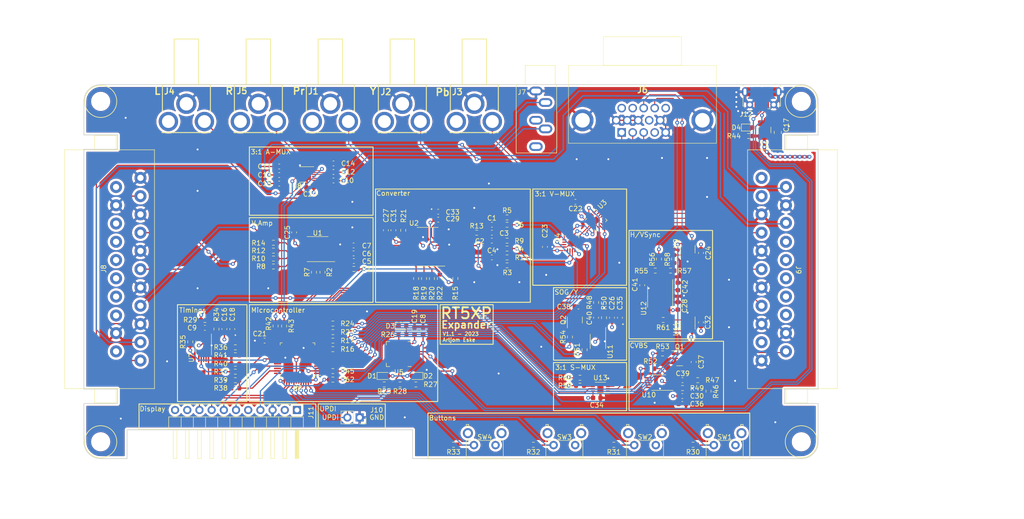
<source format=kicad_pcb>
(kicad_pcb (version 20211014) (generator pcbnew)
  (title_block (title "RT5XP-Expander") (date "2023-03-11") (rev "V1.0") (company "Artjom Eske"))
  (layers (0 "F.Cu" signal) (1 "In1.Cu" signal) (2 "In2.Cu" signal) (31 "B.Cu" signal) (34 "B.Paste" user) (35 "F.Paste" user) (36 "B.SilkS" user "B.Silkscreen") (37 "F.SilkS" user "F.Silkscreen") (38 "B.Mask" user) (39 "F.Mask" user) (44 "Edge.Cuts" user))
  (net 0 "")
  (net 1 "Net-(C1-Pad2)")
  (net 2 "Net-(C2-Pad2)")
  (net 3 "Net-(C3-Pad2)")
  (net 4 "Net-(C4-Pad2)")
  (net 5 "Net-(C9-Pad1)")
  (net 6 "LOW_Red")
  (net 7 "Net-(C5-Pad1)")
  (net 8 "LOW_Green")
  (net 9 "Net-(C7-Pad1)")
  (net 10 "LOW_Blue")
  (net 11 "GND")
  (net 12 "VCC")
  (net 13 "Net-(R15-Pad1)")
  (net 14 "VGA{slash}SCART_Red")
  (net 15 "VGA{slash}SCART{slash}COMP_Green")
  (net 16 "VGA{slash}SCART{slash}COMP_Blue")
  (net 17 "SELECTED_CSync")
  (net 18 "Net-(Q2-Pad1)")
  (net 19 "FINAL_CSync")
  (net 20 "FINAL_Blue")
  (net 21 "FINAL_Green")
  (net 22 "FINAL_Red")
  (net 25 "VGA{slash}SCART_Blue")
  (net 26 "VGA{slash}SCART_Green")
  (net 27 "COMP_Red")
  (net 28 "COMP_Green")
  (net 29 "COMP_Blue")
  (net 30 "SCART_Red")
  (net 31 "SCART_Green")
  (net 32 "SCART_Blue")
  (net 33 "VGA_Blue")
  (net 34 "VGA_Green")
  (net 35 "VGA_Red")
  (net 36 "VGA{slash}SCART{slash}COMP_Red")
  (net 57 "LIT")
  (net 58 "RST")
  (net 59 "MOSI")
  (net 60 "MISO")
  (net 61 "SCK")
  (net 63 "Net-(C9-Pad2)")
  (net 64 "RCA_AudioL")
  (net 65 "SCART_AudioR")
  (net 66 "AUX_AudioL")
  (net 67 "AUX_AudioR")
  (net 68 "SCART_AudioL")
  (net 69 "RCA_AudioR")
  (net 70 "FINAL_AudioL")
  (net 71 "FINAL_AudioR")
  (net 72 "VGA{slash}SCART{slash}COMP_Green_75")
  (net 73 "SCART_CVBS")
  (net 74 "VGA_VSync")
  (net 75 "HSync")
  (net 76 "VGA_HV_CSync")
  (net 77 "VGA_HSync{slash}CSync")
  (net 78 "CLEAN_GREEN_CSync")
  (net 79 "CLEAN_CVBS_CSync")
  (net 80 "VGA_HV{slash}C_CSync")
  (net 83 "VGA{slash}SCART{slash}COMP_Blue_75")
  (net 84 "VGA{slash}SCART{slash}COMP_Red_75")
  (net 85 "MCU_MAX4887{slash}2_EN")
  (net 86 "MCU_MAX4887{slash}2_SEL")
  (net 87 "MCU_MAX4887_EN")
  (net 88 "MCU_MAX4887_SEL")
  (net 89 "MCU_G_FILTER")
  (net 90 "MCU_G_HD")
  (net 91 "MCU_CSMUX_2")
  (net 92 "MCU_HSync")
  (net 93 "MCU_VSync")
  (net 94 "MCU_SCARTC_FILTER")
  (net 95 "MCU_CMUX")
  (net 96 "DC")
  (net 97 "TCS")
  (net 98 "MCU_VGAMUX")
  (net 99 "MCU_AMP_DIS")
  (net 100 "MCU_AMP_BY")
  (net 101 "MCU_1251_SEL")
  (net 102 "MCU_1251_DET")
  (net 103 "MCU_1251_HD")
  (net 104 "MCU_1251_PS")
  (net 105 "MCU_B4")
  (net 106 "MCU_B3")
  (net 107 "MCU_B2")
  (net 108 "MCU_B1")
  (net 109 "MCU_4908_1")
  (net 110 "MCU_4908_2")
  (net 111 "Net-(R2-Pad2)")
  (net 114 "CSync")
  (net 115 "Net-(C6-Pad1)")
  (net 116 "Net-(C8-Pad2)")
  (net 117 "Net-(C10-Pad1)")
  (net 118 "Net-(C11-Pad2)")
  (net 119 "Net-(C12-Pad1)")
  (net 120 "Net-(C13-Pad2)")
  (net 121 "Net-(C14-Pad1)")
  (net 124 "Net-(R38-Pad2)")
  (net 126 "Net-(C15-Pad2)")
  (net 127 "Net-(C37-Pad2)")
  (net 128 "Net-(C38-Pad2)")
  (net 129 "Net-(C37-Pad1)")
  (net 130 "MCU_OESync")
  (net 131 "Net-(R19-Pad1)")
  (net 132 "Net-(R17-Pad2)")
  (net 134 "Net-(C38-Pad1)")
  (net 135 "Net-(C41-Pad2)")
  (net 136 "Net-(C42-Pad2)")
  (net 137 "Net-(D1-Pad1)")
  (net 138 "Net-(D2-Pad1)")
  (net 139 "UPDI")
  (net 140 "Net-(D3-Pad2)")
  (net 141 "Net-(D4-Pad2)")
  (net 142 "D-")
  (net 143 "D+")
  (net 148 "Net-(R24-Pad2)")
  (net 149 "Net-(R20-Pad1)")
  (net 150 "Net-(R26-Pad1)")
  (net 151 "Net-(R27-Pad1)")
  (net 152 "Net-(R34-Pad1)")
  (net 153 "Net-(R35-Pad1)")
  (net 154 "Net-(R36-Pad2)")
  (net 155 "VBUS")
  (net 156 "Net-(R37-Pad2)")
  (net 157 "Net-(C39-Pad2)")
  (net 158 "Net-(C40-Pad2)")
  (net 159 "Net-(R42-Pad2)")
  (net 160 "Net-(R43-Pad2)")
  (net 161 "Net-(R45-Pad2)")
  (net 162 "Net-(R49-Pad1)")
  (net 163 "Net-(R50-Pad1)")
  (net 165 "SDCS")
  (net 166 "MCU_SCARTC_HD")
  (net 167 "MCU_CSMUX_1")
  (net 170 "Net-(R51-Pad1)")
  (net 171 "Net-(R52-Pad1)")
  (net 172 "Net-(Q1-Pad1)")
  (net 173 "Net-(R1-Pad2)")
  (net 174 "Net-(R7-Pad2)")
  (net 175 "Net-(R8-Pad1)")
  (net 176 "Net-(R10-Pad1)")
  (net 177 "Net-(R12-Pad1)")
  (net 178 "Net-(R13-Pad2)")
  (net 179 "Net-(R14-Pad1)")
  (net 180 "Net-(R16-Pad2)")
  (net 181 "Net-(R18-Pad1)")
  (net 182 "Net-(R21-Pad2)")
  (net 183 "Net-(R22-Pad1)")
  (net 184 "Net-(R23-Pad2)")
  (net 185 "Net-(R55-Pad2)")
  (net 186 "Net-(R59-Pad1)")
  (net 187 "Net-(R60-Pad1)")
  (net 188 "Net-(R61-Pad2)")
  (net 189 "Net-(R62-Pad1)")
  (net 192 "Net-(R57-Pad2)")
  (net 201 "MCU_HD")
  (net 224 "Net-(U12-Pad10)")
  (net 225 "Net-(U12-Pad6)")
  (net 226 "Net-(U12-Pad12)")
  (footprint "Resistor_SMD:R_0603_1608Metric" (layer "F.Cu") (at 66.5735 66.548 180)
    (fp_text reference "R25")
    (fp_text value "220R")
  )
  (footprint "Resistor_SMD:R_0603_1608Metric" (layer "F.Cu") (at 74.874 44.45 -90)
    (fp_text reference "R19")
    (fp_text value "100R")
  )
  (footprint "Package_SO:VSSOP-10_3x3mm_P0.5mm" (layer "F.Cu") (at 123.784 66.159 180)
    (fp_text reference "U10")
    (fp_text value "LMH1980")
  )
  (footprint "Resistor_SMD:R_0603_1608Metric" (layer "F.Cu") (at 124.587 60.071)
    (fp_text reference "R53")
    (fp_text value "10K")
  )
  (footprint "LED_SMD:LED_0603_1608Metric" (layer "F.Cu") (at 73.1775 64.77 180)
    (fp_text reference "D2")
    (fp_text value "LED")
  )
  (footprint "LED_SMD:LED_0603_1608Metric" (layer "F.Cu") (at 70.3835 54.356)
    (fp_text reference "D3")
    (fp_text value "LED")
  )
  (footprint "Capacitor_SMD:C_0603_1608Metric" (layer "F.Cu") (at 100.076 37.846 -90)
    (fp_text reference "C23")
    (fp_text value "0.1uF")
  )
  (footprint "Capacitor_SMD:C_0603_1608Metric" (layer "F.Cu") (at 115.697 52.624 90)
    (fp_text reference "C35")
    (fp_text value "10uF")
  )
  (footprint "Capacitor_SMD:C_0603_1608Metric" (layer "F.Cu") (at 131.064 61.849 -90)
    (fp_text reference "C37")
    (fp_text value "560pF")
  )
  (footprint "Resistor_SMD:R_0603_1608Metric" (layer "F.Cu") (at 35.56 62.23 180)
    (fp_text reference "R40")
    (fp_text value "75R")
  )
  (footprint "Capacitor_SMD:C_0603_1608Metric" (layer "F.Cu") (at 68.494 34.376 90)
    (fp_text reference "C31")
    (fp_text value "10uF")
  )
  (footprint "Capacitor_SMD:C_0603_1608Metric" (layer "F.Cu") (at 132.588 39.116 90)
    (fp_text reference "C24")
    (fp_text value "0.1uF")
  )
  (footprint "Resistor_SMD:R_0603_1608Metric" (layer "F.Cu") (at 134.1605 67.945 90)
    (fp_text reference "R46")
    (fp_text value "75R")
  )
  (footprint "Capacitor_SMD:C_0603_1608Metric" (layer "F.Cu") (at 89.0205 34.884 180)
    (fp_text reference "C3")
    (fp_text value "4.7nF")
  )
  (footprint "Capacitor_SMD:C_0603_1608Metric" (layer "F.Cu") (at 60.198 39.202 180)
    (fp_text reference "C6")
    (fp_text value "0.1uF")
  )
  (footprint "Resistor_SMD:R_0603_1608Metric" (layer "F.Cu") (at 55.88 53.848)
    (fp_text reference "R24")
    (fp_text value "100R")
  )
  (footprint "Capacitor_SMD:C_0603_1608Metric" (layer "F.Cu") (at 44.704 22.86)
    (fp_text reference "C13")
    (fp_text value "10uF")
  )
  (footprint "Package_TO_SOT_SMD:SOT-23" (layer "F.Cu") (at 106.299 53.086 90)
    (fp_text reference "Q2")
    (fp_text value "MMBT3904")
  )
  (footprint "Package_SO:TSSOP-14_4.4x5mm_P0.65mm" (layer "F.Cu") (at 124.079 48.26 -90)
    (fp_text reference "U12")
    (fp_text value "MC74HC86ADTR2G")
  )
  (footprint "Resistor_SMD:R_0603_1608Metric" (layer "F.Cu") (at 124.714 53.086 180)
    (fp_text reference "R61")
    (fp_text value "680R")
  )
  (footprint "Resistor_SMD:R_0603_1608Metric" (layer "F.Cu") (at 43.497 38.638 180)
    (fp_text reference "R12")
    (fp_text value "75R")
  )
  (footprint "Package_TO_SOT_SMD:SOT-23" (layer "F.Cu") (at 128.143 61.087)
    (fp_text reference "Q1")
    (fp_text value "MMBT3904")
  )
  (footprint "Resistor_SMD:R_0603_1608Metric" (layer "F.Cu") (at 26.162 57.658 -90)
    (fp_text reference "R35")
    (fp_text value "100R")
  )
  (footprint "Package_TO_SOT_SMD:TSOT-23-6" (layer "F.Cu") (at 129.794 54.229 -90)
    (fp_text reference "U14")
    (fp_text value "74LVC1G3157")
  )
  (footprint "Capacitor_SMD:C_0603_1608Metric" (layer "F.Cu") (at 33.274 54.991 -90)
    (fp_text reference "C16")
    (fp_text value "0.1uF")
  )
  (footprint "Resistor_SMD:R_0603_1608Metric" (layer "F.Cu") (at 126.238 42.799)
    (fp_text reference "R57")
    (fp_text value "10K")
  )
  (footprint "Resistor_SMD:R_0603_1608Metric" (layer "F.Cu") (at 114.427 79.121 180)
    (fp_text reference "R31")
    (fp_text value "10K")
  )
  (footprint "Capacitor_SMD:C_0603_1608Metric" (layer "F.Cu") (at 132.588 53.594 -90)
    (fp_text reference "C32")
    (fp_text value "0.1uF")
  )
  (footprint "Resistor_SMD:R_0603_1608Metric" (layer "F.Cu") (at 45.72 54.356 90)
    (fp_text reference "R43")
    (fp_text value "100R")
  )
  (footprint "Resistor_SMD:R_0603_1608Metric" (layer "F.Cu") (at 110.736 49.444 90)
    (fp_text reference "R48")
    (fp_text value "100R")
  )
  (footprint "Resistor_SMD:R_0603_1608Metric" (layer "F.Cu") (at 92.1805 31.709 180)
    (fp_text reference "R5")
    (fp_text value "75R")
  )
  (footprint "Package_SO:TSSOP-14_4.4x5mm_P0.65mm" (layer "F.Cu") (at 52.705 38.313 180)
    (fp_text reference "U1")
    (fp_text value "THS7374")
  )
  (footprint "Capacitor_SMD:C_0603_1608Metric" (layer "F.Cu") (at 56.007 20.447)
    (fp_text reference "C14")
    (fp_text value "10uF")
  )
  (footprint "Resistor_SMD:R_0603_1608Metric" (layer "F.Cu") (at 107.378 65.151 180)
    (fp_text reference "R60")
    (fp_text value "100R")
  )
  (footprint "Mouser:PJRAN1X1U02AUX" (layer "F.Cu") (at 40.358 8 180)
    (fp_text reference "J5")
    (fp_text value "Conn_Coaxial" hide)
  )
  (footprint "Fuse:Fuse_1210_3225Metric" (layer "F.Cu") (at 145.796 13.462 -90)
    (fp_text reference "F1")
    (fp_text value "Fuse")
  )
  (footprint "MountingHole:MountingHole_3mm" (layer "F.Cu") (at 153.5 78.5)
    (fp_text reference "REF**" hide)
    (fp_text value "MountingHole_3mm")
  )
  (footprint "MountingHole:MountingHole_3mm" (layer "F.Cu") (at 7.5 78.5)
    (fp_text reference "REF**" hide)
    (fp_text value "MountingHole_3mm")
  )
  (footprint "Capacitor_SMD:C_0603_1608Metric" (layer "F.Cu") (at 128.6995 70.612)
    (fp_text reference "C36")
    (fp_text value "10uF")
  )
  (footprint "Resistor_SMD:R_0603_1608Metric" (layer "F.Cu") (at 43.497 41.94 180)
    (fp_text reference "R8")
    (fp_text value "1K")
  )
  (footprint "Capacitor_SMD:C_0603_1608Metric" (layer "F.Cu") (at 106.426 28.448 180)
    (fp_text reference "C22")
    (fp_text value "0.1uF")
  )
  (footprint "Capacitor_SMD:C_0603_1608Metric" (layer "F.Cu") (at 74.676 55.372 -90)
    (fp_text reference "C8")
    (fp_text value "0.1uF")
  )
  (footprint "Resistor_SMD:R_0603_1608Metric" (layer "F.Cu") (at 97.663 79.121 180)
    (fp_text reference "R32")
    (fp_text value "10K")
  )
  (footprint "Package_SO:VSSOP-10_3x3mm_P0.5mm" (layer "F.Cu") (at 28.956 58.928 -90)
    (fp_text reference "U7")
    (fp_text value "LMH1980")
  )
  (footprint "Capacitor_SMD:C_0603_1608Metric" (layer "F.Cu") (at 89.0055 36.546)
    (fp_text reference "C2")
    (fp_text value "0.22uF")
  )
  (footprint "Resistor_SMD:R_0603_1608Metric" (layer "F.Cu") (at 73.1775 66.548)
    (fp_text reference "R27")
    (fp_text value "220R")
  )
  (footprint "Resistor_SMD:R_0603_1608Metric" (layer "F.Cu") (at 55.88 63.754)
    (fp_text reference "R45")
    (fp_text value "100R")
  )
  (footprint "Mouser:PJRAN1X1U02AUX" (layer "F.Cu") (at 55.358 8 180)
    (fp_text reference "J1")
    (fp_text value "Conn_Coaxial" hide)
  )
  (footprint "Capacitor_SMD:C_0603_1608Metric" (layer "F.Cu") (at 44.704 21.082)
    (fp_text reference "C11")
    (fp_text value "10uF")
  )
  (footprint "Resistor_SMD:R_0603_1608Metric" (layer "F.Cu") (at 112.387 52.619 90)
    (fp_text reference "R50")
    (fp_text value "10K")
  )
  (footprint "Capacitor_SMD:C_0603_1608Metric" (layer "F.Cu") (at 128.737 65.651 180)
    (fp_text reference "C39")
    (fp_text value "0.1uF")
  )
  (footprint "Resistor_SMD:R_0603_1608Metric" (layer "F.Cu") (at 55.88 59.182)
    (fp_text reference "R16")
    (fp_text value "100R")
  )
  (footprint "Package_SO:VSSOP-10_3x3mm_P0.5mm" (layer "F.Cu") (at 111.117 57.572 -90)
    (fp_text reference "U11")
    (fp_text value "LMH1980")
  )
  (footprint "Resistor_SMD:R_0603_1608Metric" (layer "F.Cu") (at 76.525 44.45 -90)
    (fp_text reference "R20")
    (fp_text value "100R")
  )
  (footprint "Connector_USB:USB_Micro-B_Molex-105017-0001" (layer "F.Cu") (at 145.25 6.731 180)
    (fp_text reference "J12")
    (fp_text value "USB_B_Micro")
  )
  (footprint "Connector_PinHeader_2.54mm:PinHeader_1x11_P2.54mm_Horizontal" (layer "F.Cu") (at 48.4 71.875 -90)
    (fp_text reference "J11")
    (fp_text value "Conn_01x11_Male")
  )
  (footprint "Resistor_SMD:R_0603_1608Metric" (layer "F.Cu") (at 130.937 79.121 180)
    (fp_text reference "R30")
    (fp_text value "10K")
  )
  (footprint "Resistor_SMD:R_0603_1608Metric" (layer "F.Cu") (at 70.3835 56.134)
    (fp_text reference "R26")
    (fp_text value "220R")
  )
  (footprint "Connector_PinSocket_2.54mm:PinSocket_1x02_P2.54mm_Vertical" (layer "F.Cu") (at 61.448 73.431 -90)
    (fp_text reference "J10")
    (fp_text value "Conn_01x02_Male")
  )
  (footprint "Resistor_SMD:R_0603_1608Metric" (layer "F.Cu") (at 127 40.386 90)
    (fp_text reference "R58")
    (fp_text value "150R")
  )
  (footprint "Capacitor_SMD:C_0603_1608Metric" (layer "F.Cu") (at 128.6995 68.961 180)
    (fp_text reference "C30")
    (fp_text value "0.1uF")
  )
  (footprint "Package_SO:VSSOP-8_2.3x2mm_P0.5mm" (layer "F.Cu") (at 111.633 67.183 180)
    (fp_text reference "U13")
    (fp_text value "TS5A3357")
  )
  (footprint "Resistor_SMD:R_0603_1608Metric" (layer "F.Cu") (at 43.942 54.356 90)
    (fp_text reference "R42")
    (fp_text value "100R")
  )
  (footprint "Capacitor_SMD:C_0603_1608Metric" (layer "F.Cu") (at 77.836 32.172 180)
    (fp_text reference "C29")
    (fp_text value "0.1uF")
  )
  (footprint "Resistor_SMD:R_0603_1608Metric" (layer "F.Cu") (at 107.378 66.802 180)
    (fp_text reference "R59")
    (fp_text value "100R")
  )
  (footprint "Capacitor_SMD:C_0603_1608Metric" (layer "F.Cu") (at 114.046 52.624 -90)
    (fp_text reference "C26")
    (fp_text value "0.1uF")
  )
  (footprint "Resistor_SMD:R_0603_1608Metric" (layer "F.Cu") (at 55.88 55.626)
    (fp_text reference "R23")
    (fp_text value "100R")
  )
  (footprint "Resistor_SMD:R_0603_1608Metric" (layer "F.Cu") (at 73.223 44.45 -90)
    (fp_text reference "R18")
    (fp_text value "100R")
  )
  (footprint "Capacitor_SMD:C_0603_1608Metric" (layer "F.Cu") (at 56.007 22.225)
    (fp_text reference "C12")
    (fp_text value "10uF")
  )
  (footprint "Resistor_SMD:R_0603_1608Metric" (layer "F.Cu") (at 131.912 65.651)
    (fp_text reference "R47")
    (fp_text value "100R")
  )
  (footprint "Capacitor_SMD:C_0603_1608Metric" (layer "F.Cu") (at 127.762 46.101 -90)
    (fp_text reference "C42")
    (fp_text value "1uF")
  )
  (footprint "Resistor_SMD:R_0603_1608Metric" (layer "F.Cu") (at 53.721 43.139 90)
    (fp_text reference "R2")
    (fp_text value "1K")
  )
  (footprint "Resistor_SMD:R_0603_1608Metric" (layer "F.Cu") (at 92.1805 38.197 180)
    (fp_text reference "R4")
    (fp_text value "75R")
  )
  (footprint "LED_SMD:LED_0603_1608Metric" (layer "F.Cu") (at 66.5735 64.77)
    (fp_text reference "D1")
    (fp_text value "LED")
  )
  (footprint "Button_Switch_THT:SW_Tactile_SPST_Angled_PTS645Vx83-2LFS" (layer "F.Cu") (at 123.175 79.1905 180)
    (fp_text reference "SW2")
    (fp_text value "SW_Push")
  )
  (footprint "Resistor_SMD:R_0603_1608Metric" (layer "F.Cu") (at 123.825 40.386 90)
    (fp_text reference "R56")
    (fp_text value "150R")
  )
  (footprint "Resistor_SMD:R_0603_1608Metric" (layer "F.Cu") (at 35.56 58.801 180)
    (fp_text reference "R36")
    (fp_text value "100R")
  )
  (footprint "Mouser:PJRAN1X1U02AUX" (layer "F.Cu") (at 70.358 8 180)
    (fp_text reference "J2")
    (fp_text value "Conn_Coaxial" hide)
  )
  (footprint "LED_SMD:LED_0603_1608Metric" (layer "F.Cu") (at 142.494 12.954)
    (fp_text reference "D4")
    (fp_text value "LED")
  )
  (footprint "Capacitor_SMD:C_0603_1608Metric" (layer "F.Cu") (at 56.007 24.003)
    (fp_text reference "C10")
    (fp_text value "10uF")
  )
  (footprint "Resistor_SMD:R_0603_1608Metric" (layer "F.Cu") (at 85.8455 34.884 180)
    (fp_text reference "R13")
    (fp_text value "200R")
  )
  (footprint "Resistor_SMD:R_0603_1608Metric" (layer "F.Cu") (at 43.497 40.289 180)
    (fp_text reference "R10")
    (fp_text value "75R")
  )
  (footprint "Resistor_SMD:R_0603_1608Metric" (layer "F.Cu") (at 92.1805 33.233)
    (fp_text reference "R6")
    (fp_text value "33R")
  )
  (footprint "Capacitor_SMD:C_0603_1608Metric" (layer "F.Cu") (at 89.0205 33.233)
    (fp_text reference "C1")
    (fp_text value "0.22uF")
  )
  (footprint "Capacitor_SMD:C_0603_1608Metric" (layer "F.Cu") (at 60.198 37.551 180)
    (fp_text reference "C7")
    (fp_text value "0.1uF")
  )
  (footprint "Resistor_SMD:R_0603_1608Metric" (layer "F.Cu") (at 43.497 36.987 180)
    (fp_text reference "R14")
    (fp_text value "75R")
  )
  (footprint "Capacitor_SMD:C_0603_1608Metric" (layer "F.Cu") (at 89.0055 40.046)
    (fp_text reference "C4")
    (fp_text value "0.22uF")
  )
  (footprint "Capacitor_SMD:C_0603_1608Metric" (layer "F.Cu") (at 51.118 25.445)
    (fp_text reference "C20")
    (fp_text value "0.1uF")
  )
  (footprint "Resistor_SMD:R_0603_1608Metric" (layer "F.Cu") (at 69.8755 66.548 180)
    (fp_text reference "R28")
    (fp_text value "1K")
  )
  (footprint "Resistor_SMD:R_0603_1608Metric" (layer "F.Cu") (at 35.56 67.31 180)
    (fp_text reference "R38")
    (fp_text value "100R")
  )
  (footprint "Button_Switch_THT:SW_Tactile_SPST_Angled_PTS645Vx83-2LFS" (layer "F.Cu") (at 89.778 79.1905 180)
    (fp_text reference "SW4")
    (fp_text value "SW_Push")
  )
  (footprint "Mouser:PJRAN1X1U02AUX" (layer "F.Cu") (at 85.358 8 180)
    (fp_text reference "J3")
    (fp_text value "Conn_Coaxial" hide)
  )
  (footprint "Resistor_SMD:R_0603_1608Metric" (layer "F.Cu") (at 81.407 44.45 -90)
    (fp_text reference "R15")
    (fp_text value "100R")
  )
  (footprint "Connector_Audio:Jack_3.5mm_CUI_SJ1-3535NG_Horizontal" (layer "F.Cu") (at 98.198 5.334)
    (fp_text reference "J7")
    (fp_text value "AudioJack3")
  )
  (footprint "Resistor_SMD:R_0603_1608Metric" (layer "F.Cu") (at 81.026 79.121 180)
    (fp_text reference "R33")
    (fp_text value "10K")
  )
  (footprint "AE:SCART" (layer "F.Cu") (at 150.295 23.45 -90)
    (fp_text reference "J9")
    (fp_text value "Conn_01x21_Male")
  )
  (footprint "Resistor_SMD:R_0603_1608Metric" (layer "F.Cu") (at 31.623 54.991 90)
    (fp_text reference "R34")
    (fp_text value "10K")
  )
  (footprint "Resistor_SMD:R_0603_1608Metric" (layer "F.Cu") (at 35.56 60.452 180)
    (fp_text reference "R41")
    (fp_text value "75R")
  )
  (footprint "Resistor_SMD:R_0603_1608Metric" (layer "F.Cu") (at 92.1805 36.546)
    (fp_text reference "R9")
    (fp_text value "33R")
  )
  (footprint "Resistor_SMD:R_0603_1608Metric" (layer "F.Cu") (at 51.943 43.139 90)
    (fp_text reference "R7")
    (fp_text value "1K")
  )
  (footprint "Capacitor_SMD:C_0805_2012Metric" (layer "F.Cu") (at 148.59 13.97 -90)
    (fp_text reference "C17")
    (fp_text value "10uF")
  )
  (footprint "Resistor_SMD:R_0603_1608Metric" (layer "F.Cu") (at 105.283 56.642 90)
    (fp_text reference "R54")
    (fp_text value "10K")
  )
  (footprint "Capacitor_SMD:C_0603_1608Metric" (layer "F.Cu") (at 44.704 24.638)
    (fp_text reference "C15")
    (fp_text value "10uF")
  )
  (footprint "Capacitor_SMD:C_0603_1608Metric" (layer "F.Cu") (at 72.898 55.372 -90)
    (fp_text reference "C19")
    (fp_text value "0.1uF")
  )
  (footprint "Capacitor_SMD:C_0603_1608Metric" (layer "F.Cu") (at 77.836 30.521)
    (fp_text reference "C33")
    (fp_text value "10uF")
  )
  (footprint "Package_QFP:TQFP-48_7x7mm_P0.5mm" (layer "F.Cu") (at 48.514 61.468 180)
    (fp_text reference "U6")
    (fp_text value "ATmega4809-A")
  )
  (footprint "Package_SO:TSSOP-24_4.4x7.8mm_P0.65mm" (layer "F.Cu") (at 75.621 37.816 180)
    (fp_text reference "U2")
    (fp_text value "LMH1251MT_NOPB")
  )
  (footprint "Mouser:L77HDE15SD1CH4RHNVGA" (layer "F.Cu") (at 116.071 8.9 180)
    (fp_text reference "J6")
    (fp_text value "DB15_Female_HighDensity_MountingHoles" hide)
  )
  (footprint "Capacitor_SMD:C_0603_1608Metric" (layer "F.Cu") (at 29.21 54.737 180)
    (fp_text reference "C9")
    (fp_text value "0.1uF")
  )
  (footprint "MountingHole:MountingHole_3mm" (layer "F.Cu") (at 7.5 7.5)
    (fp_text reference "REF**" hide)
    (fp_text value "MountingHole_3mm")
  )
  (footprint "Mouser:PJRAN1X1U02AUX" (layer "F.Cu") (at 25.358 8 180)
    (fp_text reference "J4")
    (fp_text value "Conn_Coaxial" hide)
  )
  (footprint "Resistor_SMD:R_0603_1608Metric" (layer "F.Cu") (at 35.56 63.881 180)
    (fp_text reference "R37")
    (fp_text value "100R")
  )
  (footprint "Resistor_SMD:R_0603_1608Metric" (layer "F.Cu") (at 55.88 57.404)
    (fp_text reference "R17")
    (fp_text value "100R")
  )
  (footprint "Capacitor_SMD:C_0603_1608Metric" (layer "F.Cu") (at 34.925 54.991 90)
    (fp_text reference "C18")
    (fp_text value "10uF")
  )
  (footprint "Resistor_SMD:R_0603_1608Metric" (layer "F.Cu") (at 108.331 59.309 -90)
    (fp_text reference "R51")
    (fp_text value "100R")
  )
  (footprint "Resistor_SMD:R_0603_1608Metric" (layer "F.Cu") (at 60.254 42.448 180)
    (fp_text reference "R1")
    (fp_text value "470R")
  )
  (footprint "Capacitor_SMD:C_0603_1608Metric" (layer "F.Cu") (at 120.351 45.842 90)
    (fp_text reference "C41")
    (fp_text value "1uF")
  )
  (footprint "Package_DFN_QFN:QFN-28-1EP_5x5mm_P0.5mm_EP3.35x3.35mm" (layer "F.Cu") (at 69.6215 60.198 180)
    (fp_text reference "U5")
    (fp_text value "CP2102N-Axx-xQFN28")
  )
  (footprint "Package_DFN_QFN:TQFN-16-1EP_3x3mm_P0.5mm_EP1.23x1.23mm" (layer "F.Cu") (at 105.541 37.1245 90)
    (fp_text reference "U4")
    (fp_text value "MAX4887")
  )
  (footprint "Button_Switch_THT:SW_Tactile_SPST_Angled_PTS645Vx83-2LFS" (layer "F.Cu") (at 106.375 79.1905 180)
    (fp_text reference "SW3")
    (fp_text value "SW_Push")
  )
  (footprint "Resistor_SMD:R_0603_1608Metric" (layer "F.Cu") (at 123.063 42.799)
    (fp_text reference "R55")
    (fp_text value "10K")
  )
  (footprint "Resistor_SMD:R_0603_1608Metric" (layer "F.Cu") (at 35.56 65.659 180)
    (fp_text reference "R39")
    (fp_text value "75R")
  )
  (footprint "AE:SCART" (layer "F.Cu") (at 10.705 61.55 90)
    (fp_text reference "J8")
    (fp_text value "Conn_01x21_Male")
  )
  (footprint "Capacitor_SMD:C_0603_1608Metric" (layer "F.Cu") (at 127.762 50.165 -90)
    (fp_text reference "C28")
    (fp_text value "0.1uF")
  )
  (footprint "MountingHole:MountingHole_3mm" (layer "F.Cu") (at 153.5 7.5)
    (fp_text reference "REF**" hide)
    (fp_text value "MountingHole_3mm")
  )
  (footprint "Resistor_SMD:R_0603_1608Metric" (layer "F.Cu") (at 122.047 63.246 180)
    (fp_text reference "R52")
    (fp_text value "100R")
  )
  (footprint "Resistor_SMD:R_0603_1608Metric" (layer "F.Cu") (at 55.88 65.532 180)
    (fp_text reference "R62")
    (fp_text value "100R")
  )
  (footprint "Package_DFN_QFN:TQFN-16-1EP_3x3mm_P0.5mm_EP1.23x1.23mm" (layer "F.Cu") (at 110.748 32.2985 45)
    (fp_text reference "U3")
    (fp_text value "MAX4887")
  )
  (footprint "Package_DFN_QFN:TDFN-14-1EP_3x3mm_P0.4mm_EP1.78x2.35mm" (layer "F.Cu") (at 50.419 22.733 180)
    (fp_text reference "U8")
    (fp_text value "MAX4908")
  )
  (footprint "Resistor_SMD:R_0603_1608Metric" (layer "F.Cu") (at 78.176 44.45 -90)
    (fp_text reference "R22")
    (fp_text value "100R")
  )
  (footprint "Resistor_SMD:R_0603_1608Metric" (layer "F.Cu") (at 92.1805 40.046 180)
    (fp_text reference "R11")
    (fp_text value "33R")
  )
  (footprint "Button_Switch_THT:SW_Tactile_SPST_Angled_PTS645Vx83-2LFS" (layer "F.Cu") (at 139.775 79.1905 180)
    (fp_text reference "SW1")
    (fp_text value "SW_Push")
  )
  (footprint "Capacitor_SMD:C_0603_1608Metric" (layer "F.Cu") (at 66.929 34.376 -90)
    (fp_text reference "C27")
    (fp_text value "0.1uF")
  )
  (footprint "Package_TO_SOT_SMD:TSOT-23-6" (layer "F.Cu") (at 129.794 38.354 90)
    (fp_text reference "U9")
    (fp_text value "74LVC1G3157")
  )
  (footprint "Resistor_SMD:R_0603_1608Metric" (layer "F.Cu") (at 29.21 53.086 180)
    (fp_text reference "R29")
    (fp_text value "100R")
  )
  (footprint "Capacitor_SMD:C_0603_1608Metric" (layer "F.Cu") (at 110.736 52.619 -90)
    (fp_text reference "C40")
    (fp_text value "0.1uF")
  )
  (footprint "Capacitor_SMD:C_0603_1608Metric" (layer "F.Cu") (at 47.808 34.828 -90)
    (fp_text reference "C25")
    (fp_text value "0.1uF")
  )
  (footprint "Resistor_SMD:R_0603_1608Metric" (layer "F.Cu") (at 128.737 67.302)
    (fp_text reference "R49")
    (fp_text value "10K")
  )
  (footprint "Resistor_SMD:R_0603_1608Metric" (layer "F.Cu") (at 92.1805 41.697 180)
    (fp_text reference "R3")
    (fp_text value "75R")
  )
  (footprint "Capacitor_SMD:C_0603_1608Metric" (layer "F.Cu") (at 110.871 69.342 180)
    (fp_text reference "C34")
    (fp_text value "0.1uF")
  )
  (footprint "Resistor_SMD:R_0603_1608Metric" (layer "F.Cu") (at 142.494 14.732)
    (fp_text reference "R44")
    (fp_text value "220R")
  )
  (footprint "Resistor_SMD:R_0603_1608Metric" (layer "F.Cu") (at 70.541 34.387 -90)
    (fp_text reference "R21")
    (fp_text value "10K")
  )
  (footprint "Capacitor_SMD:C_0603_1608Metric" (layer "F.Cu") (at 107.061 50.292)
    (fp_text reference "C38")
    (fp_text value "560pF")
  )
  (footprint "Capacitor_SMD:C_0603_1608Metric" (layer "F.Cu") (at 60.254 40.797 180)
    (fp_text reference "C5")
    (fp_text value "0.1uF")
  )
  (footprint "Capacitor_SMD:C_0603_1608Metric" (layer "F.Cu") (at 41.656 57.404)
    (fp_text reference "C21")
    (fp_text value "0.1uF")
  )
  (gr_rect (start 101.854 61.976) (end 117.094 72.009) (layer "F.SilkS") (width 0.2) (fill none))
  (gr_line (start 35.687 56.261) (end 35.433 56.261) (layer "F.SilkS") (width 0.15))
  (gr_line (start 116.459 53.975) (end 116.205 53.975) (layer "F.SilkS") (width 0.15))
  (gr_circle (center 7.5 78.5) (end 7.5 81.85) (layer "F.SilkS") (width 0.15) (fill none))
  (gr_rect (start 117.602 57.531) (end 137.287 72.009) (layer "F.SilkS") (width 0.2) (fill none))
  (gr_rect (start 15.494 70.612) (end 52.324 75.946) (layer "F.SilkS") (width 0.2) (fill none))
  (gr_line (start 127.381 71.247) (end 127.127 71.247) (layer "F.SilkS") (width 0.15))
  (gr_rect (start 52.832 70.612) (end 66.802 75.946) (layer "F.SilkS") (width 0.2) (fill none))
  (gr_rect (start 75.692 72.517) (end 142.748 82.042) (layer "F.SilkS") (width 0.2) (fill none))
  (gr_line (start 76.581 29.972) (end 76.327 29.972) (layer "F.SilkS") (width 0.15))
  (gr_line (start 69.088 35.687) (end 69.088 35.941) (layer "F.SilkS") (width 0.15))
  (gr_rect (start 78.232 49.911) (end 89.281 58.166) (layer "F.SilkS") (width 0.2) (fill none))
  (gr_line (start 35.56 56.134) (end 35.56 56.388) (layer "F.SilkS") (width 0.15))
  (gr_rect (start 117.602 34.417) (end 135.001 57.023) (layer "F.SilkS") (width 0.2) (fill none))
  (gr_rect (start 101.854 46.355) (end 117.094 61.468) (layer "F.SilkS") (width 0.2) (fill none))
  (gr_rect (start 64.77 25.781) (end 97.028 49.403) (layer "F.SilkS") (width 0.2) (fill none))
  (gr_circle (center 153.5 78.5) (end 153.5 81.85) (layer "F.SilkS") (width 0.15) (fill none))
  (gr_line (start 69.215 35.814) (end 68.961 35.814) (layer "F.SilkS") (width 0.15))
  (gr_line (start 116.332 53.848) (end 116.332 54.102) (layer "F.SilkS") (width 0.15))
  (gr_rect (start 97.536 25.781) (end 117.094 45.847) (layer "F.SilkS") (width 0.2) (fill none))
  (gr_line (start 76.454 29.845) (end 76.454 30.099) (layer "F.SilkS") (width 0.15))
  (gr_rect (start 38.481 17.018) (end 64.262 31.242) (layer "F.SilkS") (width 0.2) (fill none))
  (gr_rect (start 23.495 49.911) (end 37.973 70.104) (layer "F.SilkS") (width 0.2) (fill none))
  (gr_line (start 127.254 71.12) (end 127.254 71.374) (layer "F.SilkS") (width 0.15))
  (gr_circle (center 153.5 7.5) (end 153.5 10.85) (layer "F.SilkS") (width 0.15) (fill none))
  (gr_rect (start 38.481 49.911) (end 77.724 70.104) (layer "F.SilkS") (width 0.2) (fill none))
  (gr_circle (center 7.5 7.5) (end 7.5 10.85) (layer "F.SilkS") (width 0.15) (fill none))
  (gr_rect (start 38.481 31.75) (end 64.262 49.403) (layer "F.SilkS") (width 0.2) (fill none))
  (gr_line (start 157 7.5) (end 157 14.5) (layer "Edge.Cuts") (width 0.15))
  (gr_line (start 72.5 82) (end 153.5 82) (layer "Edge.Cuts") (width 0.15))
  (gr_line (start 150 70.5) (end 157 70.5) (layer "Edge.Cuts") (width 0.15))
  (gr_line (start 11 17.5) (end 4 17.5) (layer "Edge.Cuts") (width 0.15))
  (gr_line (start 4 14.5) (end 11 14.5) (layer "Edge.Cuts") (width 0.15))
  (gr_line (start 72.5 76) (end 72.5 82) (layer "Edge.Cuts") (width 0.15))
  (gr_line (start 13 82) (end 13 76) (layer "Edge.Cuts") (width 0.15))
  (gr_line (start 150 67.5) (end 150 70.5) (layer "Edge.Cuts") (width 0.15))
  (gr_line (start 157 17.5) (end 157 67.5) (layer "Edge.Cuts") (width 0.15))
  (gr_line (start 13 76) (end 72.5 76) (layer "Edge.Cuts") (width 0.15))
  (gr_arc (start 157 78.5) (mid 155.974874 80.974874) (end 153.5 82) (layer "Edge.Cuts") (width 0.15))
  (gr_line (start 157 70.5) (end 157 78.5) (layer "Edge.Cuts") (width 0.15))
  (gr_line (start 11 67.5) (end 11 70.5) (layer "Edge.Cuts") (width 0.15))
  (gr_line (start 157 14.5) (end 150 14.5) (layer "Edge.Cuts") (width 0.15))
  (gr_line (start 4 17.5) (end 4 67.5) (layer "Edge.Cuts") (width 0.15))
  (gr_line (start 150 17.5) (end 157 17.5) (layer "Edge.Cuts") (width 0.15))
  (gr_line (start 153.5 4) (end 7.5 4) (layer "Edge.Cuts") (width 0.15))
  (gr_arc (start 4 7.5) (mid 5.025126 5.025126) (end 7.5 4) (layer "Edge.Cuts") (width 0.15))
  (gr_line (start 4 67.5) (end 11 67.5) (layer "Edge.Cuts") (width 0.15))
  (gr_line (start 4 70.5) (end 4 78.5) (layer "Edge.Cuts") (width 0.15))
  (gr_line (start 11 70.5) (end 4 70.5) (layer "Edge.Cuts") (width 0.15))
  (gr_arc (start 7.5 82) (mid 5.025126 80.974874) (end 4 78.5) (layer "Edge.Cuts") (width 0.15))
  (gr_line (start 7.5 82) (end 13 82) (layer "Edge.Cuts") (width 0.15))
  (gr_arc (start 153.5 4) (mid 155.974874 5.025126) (end 157 7.5) (layer "Edge.Cuts") (width 0.15))
  (gr_line (start 157 67.5) (end 150 67.5) (layer "Edge.Cuts") (width 0.15))
  (gr_line (start 4 7.5) (end 4 14.5) (layer "Edge.Cuts") (width 0.15))
  (gr_line (start 150 14.5) (end 150 17.5) (layer "Edge.Cuts") (width 0.15))
  (gr_line (start 11 14.5) (end 11 17.5) (layer "Edge.Cuts") (width 0.15))
  (gr_text "L" (at 19.304 5.334) (layer "F.SilkS") (effects (font (size 1.5 1.5) (thickness 0.3))))
  (gr_text "3:1 V-MUX" (at 102.108 26.8) (layer "F.SilkS") (effects (font (size 0.9906 0.9906) (thickness 0.1524))))
  (gr_text "RT5XP" (at 83.693 51.689) (layer "F.SilkS") (effects (font (size 2.286 2.286) (thickness 0.381))))
  (gr_text "3:1 A-MUX" (at 42.926 18.034) (layer "F.SilkS") (effects (font (size 0.9906 0.9906) (thickness 0.1524))))
  (gr_text "Buttons" (at 78.74 73.533) (layer "F.SilkS") (effects (font (size 0.9906 0.9906) (thickness 0.1524))))
  (gr_text "V.Amp" (at 41.148 32.893) (layer "F.SilkS") (effects (font (size 0.9906 0.9906) (thickness 0.1524))))
  (gr_text "SOG/Y\n" (at 104.521 47.29) (layer "F.SilkS") (effects (font (size 0.9906 0.9906) (thickness 0.1524))))
  (gr_text "Microcontroller" (at 44.45 51.054) (layer "F.SilkS") (effects (font (size 0.9906 0.9906) (thickness 0.1524))))
  (gr_text "UPDI" (at 55.372 73.406) (layer "F.SilkS") (effects (font (size 0.9906 0.9906) (thickness 0.1524))))
  (gr_text "CVBS" (at 119.634 58.42) (layer "F.SilkS") (effects (font (size 0.9906 0.9906) (thickness 0.1524))))
  (gr_text "Pb" (at 78.74 5.588) (layer "F.SilkS") (effects (font (size 1.5 1.5) (thickness 0.3))))
  (gr_text "Pr" (at 48.768 5.334) (layer "F.SilkS") (effects (font (size 1.5 1.5) (thickness 0.3))))
  (gr_text "Artjom Eske\n" (at 82.162 57.243) (layer "F.SilkS") (effects (font (size 0.762 0.762) (thickness 0.1524))))
  (gr_text "3:1 S-MUX" (at 106.426 62.992) (layer "F.SilkS") (effects (font (size 0.9906 0.9906) (thickness 0.1524))))
  (gr_text "Y" (at 64.262 5.334) (layer "F.SilkS") (effects (font (size 1.5 1.5) (thickness 0.3))))
  (gr_text "Timings" (at 26.67 51.054) (layer "F.SilkS") (effects (font (size 0.9906 0.9906) (thickness 0.1524))))
  (gr_text "V1.1 - 2023" (at 82.512 55.993) (layer "F.SilkS") (effects (font (size 0.762 0.762) (thickness 0.1524))))
  (gr_text "GND" (at 65.024 73.406) (layer "F.SilkS") (effects (font (size 0.9906 0.9906) (thickness 0.1524))))
  (gr_text "UPDI" (at 54.864 71.628) (layer "F.SilkS") (effects (font (size 0.9906 0.9906) (thickness 0.1524))))
  (gr_text "H/VSync" (at 120.986 35.296) (layer "F.SilkS") (effects (font (size 0.9906 0.9906) (thickness 0.1524))))
  (gr_text "R" (at 34.29 5.334) (layer "F.SilkS") (effects (font (size 1.5 1.5) (thickness 0.3))))
  (gr_text "Display" (at 18.288 71.628) (layer "F.SilkS") (effects (font (size 0.9906 0.9906) (thickness 0.1524))))
  (gr_text "Expander" (at 83.6168 54.102) (layer "F.SilkS") (effects (font (size 1.5 1.5) (thickness 0.3))))
  (gr_text "Converter" (at 68.453 26.67) (layer "F.SilkS") (effects (font (size 0.9906 0.9906) (thickness 0.1524))))
  (segment (start 89.7955 33.233) (end 91.3555 33.233) (width 0.2032) (layer "F.Cu") (net 1))
  (segment (start 91.3555 36.546) (end 89.7805 36.546) (width 0.254) (layer "F.Cu") (net 2))
  (segment (start 86.6705 34.884) (end 88.2455 34.884) (width 0.2032) (layer "F.Cu") (net 3))
  (segment (start 91.3555 40.046) (end 89.7805 40.046) (width 0.2032) (layer "F.Cu") (net 4))
  (segment (start 29.985 54.737) (end 29.985 53.136) (width 0.254) (layer "F.Cu") (net 5))
  (segment (start 56.911 39.613) (end 58.151 40.853) (width 0.254) (layer "F.Cu") (net 6))
  (segment (start 55.5675 39.613) (end 56.911 39.613) (width 0.254) (layer "F.Cu") (net 6))
  (segment (start 58.151 40.853) (end 59.423 40.853) (width 0.254) (layer "F.Cu") (net 6))
  (segment (start 60.973 40.853) (end 69.383 40.853) (width 0.254) (layer "F.Cu") (net 7))
  (segment (start 69.383 40.853) (end 71.445 38.791) (width 0.254) (layer "F.Cu") (net 7))
  (segment (start 71.445 38.791) (end 72.683 38.791) (width 0.254) (layer "F.Cu") (net 7))
  (segment (start 59.184 38.963) (end 59.423 39.202) (width 0.254) (layer "F.Cu") (net 8))
  (segment (start 55.5675 38.963) (end 59.184 38.963) (width 0.254) (layer "F.Cu") (net 8))
  (segment (start 72.683 37.491) (end 72.623 37.551) (width 0.254) (layer "F.Cu") (net 9))
  (segment (start 72.623 37.551) (end 60.973 37.551) (width 0.254) (layer "F.Cu") (net 9))
  (segment (start 57.531 38.313) (end 58.293 37.551) (width 0.254) (layer "F.Cu") (net 10))
  (segment (start 58.293 37.551) (end 59.423 37.551) (width 0.254) (layer "F.Cu") (net 10))
  (segment (start 55.5675 38.313) (end 57.531 38.313) (width 0.254) (layer "F.Cu") (net 10))
  (segment (start 113.183 66.433) (end 113.183 65.379) (width 0.2032) (layer "F.Cu") (net 11))
  (segment (start 141.224 9.906) (end 142.24 9.906) (width 0.6096) (layer "F.Cu") (net 11))
  (segment (start 141.75 5.4935) (end 140.0485 5.4935) (width 0.6096) (layer "F.Cu") (net 11))
  (segment (start 91.3555 41.697) (end 90.211 41.697) (width 0.254) (layer "F.Cu") (net 11))
  (segment (start 50.264 58.436572) (end 50.264 57.3055) (width 0.2032) (layer "F.Cu") (net 11))
  (segment (start 74.299 36.191) (end 74.676 35.814) (width 0.254) (layer "F.Cu") (net 11))
  (segment (start 112.55 57.55) (end 112.1 57.55) (width 0.2032) (layer "F.Cu") (net 11))
  (segment (start 69.456 33.601) (end 70.502 33.601) (width 0.254) (layer "F.Cu") (net 11))
  (segment (start 141.75 5.4935) (end 141.75 7.1935) (width 0.6096) (layer "F.Cu") (net 11))
  (segment (start 31.687 54.102) (end 31.623 54.166) (width 0.254) (layer "F.Cu") (net 11))
  (segment (start 124.791 66.659) (end 125.984 66.659) (width 0.2032) (layer "F.Cu") (net 11))
  (segment (start 140.716 9.906) (end 141.224 9.906) (width 0.6096) (layer "F.Cu") (net 11))
  (segment (start 101.6 37.846) (end 100.851 37.846) (width 0.1524) (layer "F.Cu") (net 11))
  (segment (start 106.9785 37.8745) (end 106.4545 37.8745) (width 0.1524) (layer "F.Cu") (net 11))
  (segment (start 30.1 58.4) (end 29.456 57.756) (width 0.254) (layer "F.Cu") (net 11))
  (segment (start 39.624 57.404) (end 40.881 57.404) (width 0.2032) (layer "F.Cu") (net 11))
  (segment (start 113.183 65.379) (end 113.284 65.278) (width 0.2032) (layer "F.Cu") (net 11))
  (segment (start 49.746 21.533) (end 50.483 22.27) (width 0.1524) (layer "F.Cu") (net 11))
  (segment (start 49.778286 58.922286) (end 50.264 58.436572) (width 0.2032) (layer "F.Cu") (net 11))
  (segment (start 45.974 60.96) (end 45.732 60.718) (width 0.2032) (layer "F.Cu") (net 11))
  (segment (start 66.929 33.601) (end 68.494 33.601) (width 0.254) (layer "F.Cu") (net 11))
  (segment (start 34.608 60.579) (end 34.735 60.452) (width 0.254) (layer "F.Cu") (net 11))
  (segment (start 124.086 11.44) (end 125.231 12.585) (width 0.254) (layer "F.Cu") (net 11))
  (segment (start 112.1 57.55) (end 111.617 57.067) (width 0.2032) (layer "F.Cu") (net 11))
  (segment (start 107.201 29.731) (end 107.201 28.448) (width 0.1524) (layer "F.Cu") (net 11))
  (segment (start 106.4545 37.8745) (end 105.7045 37.1245) (width 0.1524) (layer "F.Cu") (net 11))
  (segment (start 72.0715 60.698) (end 72.636 60.698) (width 0.254) (layer "F.Cu") (net 11))
  (segment (start 107.696 30.226) (end 107.201 29.731) (width 0.1524) (layer "F.Cu") (net 11))
  (segment (start 109.7685 32.2985) (end 109.282364 31.812364) (width 0.1524) (layer "F.Cu") (net 11))
  (segment (start 121.666 46.482) (end 121.531 46.617) (width 0.2032) (layer "F.Cu") (net 11))
  (segment (start 29.456 57.756) (end 29.456 56.728) (width 0.254) (layer "F.Cu") (net 11))
  (segment (start 80.01 34.1899) (end 79.9589 34.241) (width 0.254) (layer "F.Cu") (net 11))
  (segment (start 34.925 54.216) (end 33.274 54.216) (width 0.254) (layer "F.Cu") (net 11))
  (segment (start 107.696 30.30716) (end 109.201204 31.812364) (width 0.1524) (layer "F.Cu") (net 11))
  (segment (start 110.748 32.2985) (end 109.7685 32.2985) (width 0.1524) (layer "F.Cu") (net 11))
  (segment (start 139.954 8.636) (end 139.954 9.144) (width 0.6096) (layer "F.Cu") (net 11))
  (segment (start 49.022 21.4425) (end 48.9315 21.533) (width 0.1524) (layer "F.Cu") (net 11))
  (segment (start 129.794 40.894) (end 129.794 39.4915) (width 0.2032) (layer "F.Cu") (net 11))
  (segment (start 49.022 64.008) (end 48.764 64.266) (width 0.2032) (layer "F.Cu") (net 11))
  (segment (start 111.234136 33.764136) (end 110.748 33.278) (width 0.1524) (layer "F.Cu") (net 11))
  (segment (start 48.9315 21.533) (end 49.746 21.533) (width 0.1524) (layer "F.Cu") (net 11))
  (segment (start 111.234136 33.845296) (end 111.234136 33.764136) (width 0.1524) (layer "F.Cu") (net 11))
  (segment (start 72.0715 60.698) (end 70.1215 60.698) (width 0.254) (layer "F.Cu") (net 11))
  (segment (start 112.395 51.786) (end 112.387 51.794) (width 0.2032) (layer "F.Cu") (net 11))
  (segment (start 33.528 60.579) (end 34.608 60.579) (width 0.254) (layer "F.Cu") (net 11))
  (segment (start 117.216 11.44) (end 119.506 11.44) (width 0.254) (layer "F.Cu") (net 11))
  (segment (start 122.129 46.019) (end 121.666 46.482) (width 0.2032) (layer "F.Cu") (net 11))
  (segment (start 142.24 9.906) (end 143.256 9.906) (width 0.6096) (layer "F.Cu") (net 11))
  (segment (start 122.129 45.3975) (end 122.129 46.019) (width 0.2032) (layer "F.Cu") (net 11))
  (segment (start 31.687 53.086) (end 31.687 54.102) (width 0.254) (layer "F.Cu") (net 11))
  (segment (start 143.256 9.906) (end 143.95 9.212) (width 0.254) (layer "F.Cu") (net 11))
  (segment (start 33.528 65.659) (end 34.735 65.659) (width 0.254) (layer "F.Cu") (net 11))
  (segment (start 124.05 67.4) (end 124.791 66.659) (width 0.2032) (layer "F.Cu") (net 11))
  (segment (start 114.926 11.44) (end 117.216 11.44) (width 0.254) (layer "F.Cu") (net 11))
  (segment (start 105.7045 37.1245) (end 105.541 37.1245) (width 0.1524) (layer "F.Cu") (net 11))
  (segment (start 107.696 30.226) (end 107.696 30.30716) (width 0.1524) (layer "F.Cu") (net 11))
  (segment (start 112.395 50.546) (end 112.395 51.786) (width 0.2032) (layer "F.Cu") (net 11))
  (segment (start 57.404 37.338) (end 57.079 37.663) (width 0.2032) (layer "F.Cu") (net 11))
  (segment (start 139.954 9.144) (end 140.335 9.525) (width 0.6096) (layer "F.Cu") (net 11))
  (segment (start 140.335 9.525) (end 140.716 9.906) (width 0.6096) (layer "F.Cu") (net 11))
  (segment (start 72.636 60.698) (end 75.438 63.5) (width 0.254) (layer "F.Cu") (net 11))
  (segment (start 148.75 7.1935) (end 147.75 8.1935) (width 0.6096) (layer "F.Cu") (net 11))
  (segment (start 50.483 22.27) (end 50.483 22.778) (width 0.1524) (layer "F.Cu") (net 11))
  (segment (start 72.683 36.191) (end 74.299 36.191) (width 0.254) (layer "F.Cu") (net 11))
  (segment (start 31.623 54.166) (end 33.224 54.166) (width 0.254) (layer "F.Cu") (net 11))
  (segment (start 139.954 6.604) (end 139.954 7.62) (width 0.6096) (layer "F.Cu") (net 11))
  (segment (start 100.851 37.846) (end 100.076 37.071) (width 0.1524) (layer "F.Cu") (net 11))
  (segment (start 90.17 38.354) (end 90.327 38.197) (width 0.254) (layer "F.Cu") (net 11))
  (segment (start 90.327 38.197) (end 91.3555 38.197) (width 0.254) (layer "F.Cu") (net 11))
  (segment (start 33.224 54.166) (end 33.274 54.216) (width 0.254) (layer "F.Cu") (net 11))
  (segment (start 80.122 37.887) (end 80.122 37.379) (width 0.25) (layer "F.Cu") (net 11))
  (segment (start 57.079 37.663) (end 55.5675 37.663) (width 0.2032) (layer "F.Cu") (net 11))
  (segment (start 45.732 60.718) (end 44.3515 60.718) (width 0.2032) (layer "F.Cu") (net 11))
  (segment (start 78.783 32.344) (end 78.611 32.172) (width 0.25) (layer "F.Cu") (net 11))
  (segment (start 104.6195 37.8745) (end 105.3695 37.1245) (width 0.1524) (layer "F.Cu") (net 11))
  (segment (start 70.1215 60.698) (end 69.6215 60.198) (width 0.254) (layer "F.Cu") (net 11))
  (segment (start 130.81 67.31) (end 129.57 67.31) (width 0.2032) (layer "F.Cu") (net 11))
  (segment (start 109.282364 31.812364) (end 109.201204 31.812364) (width 0.1524) (layer "F.Cu") (net 11))
  (segment (start 111.617 57.067) (end 111.617 55.372) (width 0.2032) (layer "F.Cu") (net 11))
  (segment (start 141.75 7.1935) (end 142.75 8.1935) (width 0.6096) (layer "F.Cu") (net 11))
  (segment (start 104.075 37.846) (end 104.1035 37.8745) (width 0.1524) (layer "F.Cu") (net 11))
  (segment (start 48.764 64.266) (end 48.764 65.6305) (width 0.2032) (layer "F.Cu") (net 11))
  (segment (start 110.748 33.278) (end 110.748 32.2985) (width 0.1524) (layer "F.Cu") (net 11))
  (segment (start 148.75 5.4935) (end 148.75 7.1935) (width 0.6096) (layer "F.Cu") (net 11))
  (segment (start 104.1035 37.8745) (end 104.6195 37.8745) (width 0.1524) (layer "F.Cu") (net 11))
  (segment (start 79.868 38.141) (end 80.122 37.887) (width 0.25) (layer "F.Cu") (net 11))
  (segment (start 34.735 60.452) (end 34.735 62.23) (width 0.254) (layer "F.Cu") (net 11))
  (segment (start 125.231 12.585) (end 125.231 13.98) (width 0.254) (layer "F.Cu") (net 11))
  (segment (start 121.531 46.617) (end 120.351 46.617) (width 0.2032) (layer "F.Cu") (net 11))
  (segment (start 68.494 33.601) (end 69.456 33.601) (width 0.254) (layer "F.Cu") (net 11))
  (segment (start 90.211 41.697) (end 90.17 41.656) (width 0.254) (layer "F.Cu") (net 11))
  (segment (start 79.9589 34.241) (end 78.559 34.241) (width 0.254) (layer "F.Cu") (net 11))
  (segment (start 143.95 9.212) (end 143.95 8.1935) (width 0.254) (layer "F.Cu") (net 11))
  (segment (start 78.559 38.141) (end 79.868 38.141) (width 0.25) (layer "F.Cu") (net 11))
  (segment (start 141.75 5.4935) (end 148.75 5.4935) (width 0.6096) (layer "F.Cu") (net 11))
  (segment (start 105.3695 37.1245) (end 105.541 37.1245) (width 0.1524) (layer "F.Cu") (net 11))
  (segment (start 140.0485 5.4935) (end 139.954 5.588) (width 0.6096) (layer "F.Cu") (net 11))
  (segment (start 49.022 20.828) (end 49.022 21.4425) (width 0.1524) (layer "F.Cu") (net 11))
  (segment (start 139.954 7.62) (end 139.954 8.636) (width 0.6096) (layer "F.Cu") (net 11))
  (segment (start 129.794 53.0915) (end 129.794 51.562) (width 0.2032) (layer "F.Cu") (net 11))
  (segment (start 139.954 5.588) (end 139.954 6.604) (width 0.6096) (layer "F.Cu") (net 11))
  (segment (start 70.502 33.601) (end 70.541 33.562) (width 0.254) (layer "F.Cu") (net 11))
  (segment (start 129.57 67.31) (end 129.562 67.302) (width 0.2032) (layer "F.Cu") (net 11))
  (segment (start 30.6 58.4) (end 30.1 58.4) (width 0.254) (layer "F.Cu") (net 11))
  (segment (start 101.6 37.846) (end 104.075 37.846) (width 0.1524) (layer "F.Cu") (net 11))
  (via (at 30.6 58.4) (size 0.8) (drill 0.4) (layers "F.Cu" "B.Cu") (net 11))
  (via (at 150.876 12.7) (size 0.8) (drill 0.4) (layers "F.Cu" "B.Cu") (net 11))
  (via (at 21.336 61.722) (size 0.8) (drill 0.4) (layers "F.Cu" "B.Cu") (net 11))
  (via (at 70.866 73.406) (size 0.8) (drill 0.4) (layers "F.Cu" "B.Cu") (net 11))
  (via (at 113.284 65.278) (size 0.8) (drill 0.4) (layers "F.Cu" "B.Cu") (net 11))
  (via (at 27.686 26.162) (size 0.8) (drill 0.4) (layers "F.Cu" "B.Cu") (net 11))
  (via (at 106.68 19.558) (size 0.8) (drill 0.4) (layers "F.Cu" "B.Cu") (net 11))
  (via (at 57.404 37.338) (size 0.8) (drill 0.4) (layers "F.Cu" "B.Cu") (net 11))
  (via (at 75.438 63.5) (size 0.8) (drill 0.4) (layers "F.Cu" "B.Cu") (net 11))
  (via (at 88.392 24.638) (size 0.8) (drill 0.4) (layers "F.Cu" "B.Cu") (net 11))
  (via (at 133.858 19.304) (size 0.8) (drill 0.4) (layers "F.Cu" "B.Cu") (net 11))
  (via (at 129.794 51.562) (size 0.8) (drill 0.4) (layers "F.Cu" "B.Cu") (net 11))
  (via (at 141.224 9.906) (size 0.8) (drill 0.4) (layers "F.Cu" "B.Cu") (net 11))
  (via (at 90.17 38.354) (size 0.8) (drill 0.4) (layers "F.Cu" "B.Cu") (net 11))
  (via (at 31.687 53.086) (size 0.8) (drill 0.4) (layers "F.Cu" "B.Cu") (net 11))
  (via (at 124.46 19.304) (size 0.8) (drill 0.4) (layers "F.Cu" "B.Cu") (net 11))
  (via (at 133.858 27.432) (size 0.8) (drill 0.4) (layers "F.Cu" "B.Cu") (net 11))
  (via (at 27.686 17.526) (size 0.8) (drill 0.4) (layers "F.Cu" "B.Cu") (net 11))
  (via (at 115.57 41.148) (size 0.8) (drill 0.4) (layers "F.Cu" "B.Cu") (net 11))
  (via (at 139.954 7.62) (size 0.8) (drill 0.4) (layers "F.Cu" "B.Cu") (net 11))
  (via (at 143.256 9.906) (size 0.8) (drill 0.4) (layers "F.Cu" "B.Cu") (net 11))
  (via (at 139.954 5.588) (size 0.8) (drill 0.4) (layers "F.Cu" "B.Cu") (net 11))
  (via (at 129.794 40.894) (size 0.8) (drill 0.4) (layers "F.Cu" "B.Cu") (net 11))
  (via (at 85.344 45.212) (size 0.8) (drill 0.4) (layers "F.Cu" "B.Cu") (net 11))
  (via (at 27.686 46.482) (size 0.8) (drill 0.4) (layers "F.Cu" "B.Cu") (net 11))
  (via (at 107.696 30.226) (size 0.8) (drill 0.4) (layers "F.Cu" "B.Cu") (net 11))
  (via (at 49.022 20.828) (size 0.8) (drill 0.4) (layers "F.Cu" "B.Cu") (net 11))
  (via (at 33.528 60.579) (size 0.8) (drill 0.4) (layers "F.Cu" "B.Cu") (net 11))
  (via (at 138.43 54.61) (size 0.8) (drill 0.4) (layers "F.Cu" "B.Cu") (net 11))
  (via (at 49.022 64.008) (size 0.8) (drill 0.4) (layers "F.Cu" "B.Cu") (net 11))
  (via (at 100.33 43.688) (size 0.8) (drill 0.4) (layers "F.Cu" "B.Cu") (net 11))
  (via (at 129.032 48.006) (size 0.8) (drill 0.4) (layers "F.Cu" "B.Cu") (net 11))
  (via (at 39.624 57.404) (size 0.8) (drill 0.4) (layers "F.Cu" "B.Cu") (net 11))
  (via (at 112.395 50.546) (size 0.8) (drill 0.4) (layers "F.Cu" "B.Cu") (net 11))
  (via (at 139.954 6.604) (size 0.8) (drill 0.4) (layers "F.Cu" "B.Cu") (net 11))
  (via (at 124.05 67.4) (size 0.8) (drill 0.4) (layers "F.Cu" "B.Cu") (net 11))
  (via (at 62.992 51.308) (size 0.8) (drill 0.4) (layers "F.Cu" "B.Cu") (net 11))
  (via (at 49.778286 58.922286) (size 0.8) (drill 0.4) (layers "F.Cu" "B.Cu") (net 11))
  (via (at 85.344 29.718) (size 0.8) (drill 0.4) (layers "F.Cu" "B.Cu") (net 11))
  (via (at 138.43 44.704) (size 0.8) (drill 0.4) (layers "F.Cu" "B.Cu") (net 11))
  (via (at 81.28 50.546) (size 0.8) (drill 0.4) (layers "F.Cu" "B.Cu") (net 11))
  (via (at 74.676 35.814) (size 0.8) (drill 0.4) (layers "F.Cu" "B.Cu") (net 11))
  (via (at 90.17 41.656) (size 0.8) (drill 0.4) (layers "F.Cu" "B.Cu") (net 11))
  (via (at 130.81 67.31) (size 0.8) (drill 0.4) (layers "F.Cu" "B.Cu") (net 11))
  (via (at 101.6 37.846) (size 0.8) (drill 0.4) (layers "F.Cu" "B.Cu") (net 11))
  (via (at 59.944 33.782) (size 0.8) (drill 0.4) (layers "F.Cu" "B.Cu") (net 11))
  (via (at 33.528 65.659) (size 0.8) (drill 0.4) (layers "F.Cu" "B.Cu") (net 11))
  (via (at 11.684 73.66) (size 0.8) (drill 0.4) (layers "F.Cu" "B.Cu") (net 11))
  (via (at 12.7 10.922) (size 0.8) (drill 0.4) (layers "F.Cu" "B.Cu") (net 11))
  (via (at 80.01 34.1899) (size 0.8) (drill 0.4) (layers "F.Cu" "B.Cu") (net 11))
  (via (at 59.944 28.448) (size 0.8) (drill 0.4) (layers "F.Cu" "B.Cu") (net 11))
  (via (at 139.7 65.786) (size 0.8) (drill 0.4) (layers "F.Cu" "B.Cu") (net 11))
  (via (at 142.24 9.906) (size 0.8) (drill 0.4) (layers "F.Cu" "B.Cu") (net 11))
  (via (at 113.284 19.558) (size 0.8) (drill 0.4) (layers "F.Cu" "B.Cu") (net 11))
  (via (at 42.418 46.482) (size 0.8) (drill 0.4) (layers "F.Cu" "B.Cu") (net 11))
  (via (at 45.974 60.96) (size 0.8) (drill 0.4) (layers "F.Cu" "B.Cu") (net 11))
  (via (at 90.424 64.262) (size 0.8) (drill 0.4) (layers "F.Cu" "B.Cu") (net 11))
  (via (at 122.936 70.358) (size 0.8) (drill 0.4) (layers "F.Cu" "B.Cu") (net 11))
  (via (at 112.55 57.55) (size 0.8) (drill 0.4) (layers "F.Cu" "B.Cu") (net 11))
  (via (at 139.954 8.636) (size 0.8) (drill 0.4) (layers "F.Cu" "B.Cu") (net 11))
  (via (at 99.314 58.674) (size 0.8) (drill 0.4) (layers "F.Cu" "B.Cu") (net 11))
  (via (at 140.335 9.525) (size 0.8) (drill 0.4) (layers "F.Cu" "B.Cu") (net 11))
  (via (at 148.082 74.422) (size 0.8) (drill 0.4) (layers "F.Cu" "B.Cu") (net 11))
  (via (at 94.742 45.212) (size 0.8) (drill 0.4) (layers "F.Cu" "B.Cu") (net 11))
  (via (at 121.666 46.482) (size 0.8) (drill 0.4) (layers "F.Cu" "B.Cu") (net 11))
  (via (at 80.122 37.379) (size 0.8) (drill 0.4) (layers "F.Cu" "B.Cu") (net 11))
  (segment (start 148.532 14.862) (end 148.59 14.92) (width 0.6096) (layer "F.Cu") (net 12))
  (segment (start 27.95 58.4) (end 28.35 58.4) (width 0.254) (layer "F.Cu") (net 12))
  (segment (start 44.3515 60.218) (end 45.74 60.218) (width 0.254) (layer "F.Cu") (net 12))
  (segment (start 78.559 37.491) (end 77.47 37.491) (width 0.254) (layer "F.Cu") (net 12))
  (segment (start 153.162 19.05) (end 154.178 19.05) (width 0.6096) (layer "F.Cu") (net 12))
  (segment (start 71.1215 57.748) (end 71.792 57.748) (width 0.254) (layer "F.Cu") (net 12))
  (segment (start 72.898 57.658) (end 72.898 56.147) (width 0.254) (layer "F.Cu") (net 12))
  (segment (start 110.096 69.342) (end 109.093 69.342) (width 0.2032) (layer "F.Cu") (net 12))
  (segment (start 42.939 57.912) (end 42.431 57.404) (width 0.254) (layer "F.Cu") (net 12))
  (segment (start 114.046 54.61) (end 114.046 53.399) (width 0.2032) (layer "F.Cu") (net 12))
  (segment (start 71.792 57.748) (end 72.0715 58.0275) (width 0.254) (layer "F.Cu") (net 12))
  (segment (start 145.796 14.862) (end 148.532 14.862) (width 0.6096) (layer "F.Cu") (net 12))
  (segment (start 77.061 30.521) (end 77.061 32.172) (width 0.254) (layer "F.Cu") (net 12))
  (segment (start 44.851514 57.912) (end 42.939 57.912) (width 0.254) (layer "F.Cu") (net 12))
  (segment (start 74.676 37.592) (end 73.925 36.841) (width 0.254) (layer "F.Cu") (net 12))
  (segment (start 126.746 68.961) (end 127.9245 68.961) (width 0.2032) (layer "F.Cu") (net 12))
  (segment (start 105.651 29.451) (end 105.651 28.448) (width 0.1524) (layer "F.Cu") (net 12))
  (segment (start 47.018 60.218) (end 48.264 61.464) (width 0.254) (layer "F.Cu") (net 12))
  (segment (start 72.5285 58.0275) (end 72.0715 58.0275) (width 0.254) (layer "F.Cu") (net 12))
  (segment (start 127.9245 70.612) (end 127.9245 68.961) (width 0.2032) (layer "F.Cu") (net 12))
  (segment (start 108.984636 32.784636) (end 105.651 29.451) (width 0.1524) (layer "F.Cu") (net 12))
  (segment (start 129.794 55.3665) (end 129.794 54.61) (width 0.2032) (layer "F.Cu") (net 12))
  (segment (start 72.898 57.658) (end 72.5285 58.0275) (width 0.254) (layer "F.Cu") (net 12))
  (segment (start 47.808 35.603) (end 47.808 36.86) (width 0.254) (layer "F.Cu") (net 12))
  (segment (start 130.048 54.356) (end 132.575 54.356) (width 0.2032) (layer "F.Cu") (net 12))
  (segment (start 152.146 19.05) (end 153.162 19.05) (width 0.6096) (layer "F.Cu") (net 12))
  (segment (start 33.274 55.766) (end 34.925 55.766) (width 0.254) (layer "F.Cu") (net 12))
  (segment (start 149.098 19.05) (end 150.114 19.05) (width 0.6096) (layer "F.Cu") (net 12))
  (segment (start 111.117 57.083) (end 111.117 55.372) (width 0.2032) (layer "F.Cu") (net 12))
  (segment (start 129.749 37.836) (end 130.254 38.341) (width 0.2032) (layer "F.Cu") (net 12))
  (segment (start 48.611 37.663) (end 48.062 37.114) (width 0.254) (layer "F.Cu") (net 12))
  (segment (start 68.494 36.236) (end 68.494 35.151) (width 0.254) (layer "F.Cu") (net 12))
  (segment (start 72.0715 58.698) (end 72.0715 58.0275) (width 0.254) (layer "F.Cu") (net 12))
  (segment (start 33.274 57.15) (end 33.274 55.766) (width 0.254) (layer "F.Cu") (net 12))
  (segment (start 28.956 57.794) (end 28.956 56.728) (width 0.254) (layer "F.Cu") (net 12))
  (segment (start 77.47 37.491) (end 77.074 37.887) (width 0.254) (layer "F.Cu") (net 12))
  (segment (start 147.066 18.796) (end 147.32 19.05) (width 0.6096) (layer "F.Cu") (net 12))
  (segment (start 109.201204 32.784636) (end 108.984636 32.784636) (width 0.1524) (layer "F.Cu") (net 12))
  (segment (start 45.74 60.218) (end 45.74 58.800486) (width 0.254) (layer "F.Cu") (net 12))
  (segment (start 69.099 36.841) (end 68.494 36.236) (width 0.254) (layer "F.Cu") (net 12))
  (segment (start 125.984 51.054) (end 127.593 51.054) (width 0.2032) (layer "F.Cu") (net 12))
  (segment (start 51.9065 23.933) (end 51.9065 25.4315) (width 0.1524) (layer "F.Cu") (net 12))
  (segment (start 48.264 65.6305) (end 48.264 61.464) (width 0.254) (layer "F.Cu") (net 12))
  (segment (start 145.666 14.732) (end 145.796 14.862) (width 0.6096) (layer "F.Cu") (net 12))
  (segment (start 129.794 54.61) (end 130.048 54.356) (width 0.2032) (layer "F.Cu") (net 12))
  (segment (start 127.593 51.054) (end 127.717 50.93) (width 0.2032) (layer "F.Cu") (net 12))
  (segment (start 47.808 36.86) (end 48.062 37.114) (width 0.254) (layer "F.Cu") (net 12))
  (segment (start 49.8425 37.663) (end 48.611 37.663) (width 0.254) (layer "F.Cu") (net 12))
  (segment (start 45.74 58.800486) (end 44.851514 57.912) (width 0.254) (layer "F.Cu") (net 12))
  (segment (start 147.32 19.05) (end 148.082 19.05) (width 0.6096) (layer "F.Cu") (net 12))
  (segment (start 125.334 51.054) (end 125.984 51.054) (width 0.2032) (layer "F.Cu") (net 12))
  (segment (start 148.082 19.05) (end 149.098 19.05) (width 0.6096) (layer "F.Cu") (net 12))
  (segment (start 28.35 58.4) (end 28.956 57.794) (width 0.254) (layer "F.Cu") (net 12))
  (segment (start 100.076 38.621) (end 100.089 38.608) (width 0.2032) (layer "F.Cu") (net 12))
  (segment (start 48.264 61.464) (end 50.764 58.964) (width 0.254) (layer "F.Cu") (net 12))
  (segment (start 129.749 37.148) (end 129.749 37.836) (width 0.2032) (layer "F.Cu") (net 12))
  (segment (start 45.74 60.218) (end 47.018 60.218) (width 0.254) (layer "F.Cu") (net 12))
  (segment (start 132.588 37.338) (end 132.588 38.341) (width 0.2032) (layer "F.Cu") (net 12))
  (segment (start 151.13 19.05) (end 152.146 19.05) (width 0.6096) (layer "F.Cu") (net 12))
  (segment (start 143.319 14.732) (end 145.666 14.732) (width 0.6096) (layer "F.Cu") (net 12))
  (segment (start 132.588 55.372) (end 132.588 54.369) (width 0.2032) (layer "F.Cu") (net 12))
  (segment (start 76.467 32.766) (end 77.061 32.172) (width 0.254) (layer "F.Cu") (net 12))
  (segment (start 146.304 18.034) (end 147.066 18.796) (width 0.6096) (layer "F.Cu") (net 12))
  (segment (start 145.796 17.018) (end 145.796 17.272) (width 0.6096) (layer "F.Cu") (net 12))
  (segment (start 100.089 38.608) (end 104.745 38.608) (width 0.2032) (layer "F.Cu") (net 12))
  (segment (start 50.764 58.964) (end 50.764 57.3055) (width 0.254) (layer "F.Cu") (net 12))
  (segment (start 125.984 66.159) (end 124.833 66.159) (width 0.2032) (layer "F.Cu") (net 12))
  (segment (start 154.178 19.05) (end 155.194 19.05) (width 0.6096) (layer "F.Cu") (net 12))
  (segment (start 145.796 16.002) (end 145.796 17.018) (width 0.6096) (layer "F.Cu") (net 12))
  (segment (start 145.796 17.526) (end 146.304 18.034) (width 0.6096) (layer "F.Cu") (net 12))
  (segment (start 73.925 36.841) (end 69.099 36.841) (width 0.254) (layer "F.Cu") (net 12))
  (segment (start 114.046 53.399) (end 115.697 53.399) (width 0.2032) (layer "F.Cu") (net 12))
  (segment (start 150.114 19.05) (end 151.13 19.05) (width 0.6096) (layer "F.Cu") (net 12))
  (segment (start 110.083 69.329) (end 110.096 69.342) (width 0.2032) (layer "F.Cu") (net 12))
  (segment (start 68.494 35.151) (end 67.015 35.151) (width 0.254) (layer "F.Cu") (net 12))
  (segment (start 145.796 17.272) (end 145.796 17.526) (width 0.6096) (layer "F.Cu") (net 12))
  (segment (start 51.893 25.445) (end 51.893 26.474) (width 0.254) (layer "F.Cu") (net 12))
  (segment (start 104.745 38.608) (end 104.791 38.562) (width 0.2032) (layer "F.Cu") (net 12))
  (segment (start 76.2 32.766) (end 76.467 32.766) (width 0.254) (layer "F.Cu") (net 12))
  (segment (start 110.083 67.933) (end 110.083 69.329) (width 0.2032) (layer "F.Cu") (net 12))
  (segment (start 124.833 66.159) (end 124.46 65.786) (width 0.2032) (layer "F.Cu") (net 12))
  (segment (start 145.796 14.862) (end 145.796 16.002) (width 0.6096) (layer "F.Cu") (net 12))
  (segment (start 130.254 38.341) (end 132.588 38.341) (width 0.2032) (layer "F.Cu") (net 12))
  (segment (start 110.55 57.65) (end 111.117 57.083) (width 0.2032) (layer "F.Cu") (net 12))
  (via (at 48.006 37.084) (size 0.8) (drill 0.4) (layers "F.Cu" "B.Cu") (net 12))
  (via (at 126.746 51.054) (size 0.8) (drill 0.4) (layers "F.Cu" "B.Cu") (net 12))
  (via (at 74.676 37.592) (size 0.8) (drill 0.4) (layers "F.Cu" "B.Cu") (net 12))
  (via (at 126.746 68.961) (size 0.8) (drill 0.4) (layers "F.Cu" "B.Cu") (net 12))
  (via (at 69.088 36.8245) (size 0.8) (drill 0.4) (layers "F.Cu" "B.Cu") (net 12))
  (via (at 76.2 32.766) (size 0.8) (drill 0.4) (layers "F.Cu" "B.Cu") (net 12))
  (via (at 147.066 18.796) (size 0.8) (drill 0.4) (layers "F.Cu" "B.Cu") (net 12))
  (via (at 124.46 65.786) (size 0.8) (drill 0.4) (layers "F.Cu" "B.Cu") (net 12))
  (via (at 107.696 31.496) (size 0.8) (drill 0.4) (layers "F.Cu" "B.Cu") (net 12))
  (via (at 72.898 57.658) (size 0.8) (drill 0.4) (layers "F.Cu" "B.Cu") (net 12))
  (via (at 51.893 26.474) (size 0.8) (drill 0.4) (layers "F.Cu" "B.Cu") (net 12))
  (via (at 109.093 69.342) (size 0.8) (drill 0.4) (layers "F.Cu" "B.Cu") (net 12))
  (via (at 110.55 57.65) (size 0.8) (drill 0.4) (layers "F.Cu" "B.Cu") (net 12))
  (via (at 27.95 58.4) (size 0.8) (drill 0.4) (layers "F.Cu" "B.Cu") (net 12))
  (via (at 132.588 55.372) (size 0.8) (drill 0.4) (layers "F.Cu" "B.Cu") (net 12))
  (via (at 150.114 19.05) (size 0.8) (drill 0.4) (layers "F.Cu" "B.Cu") (net 12))
  (via (at 146.304 18.034) (size 0.8) (drill 0.4) (layers "F.Cu" "B.Cu") (net 12))
  (via (at 154.178 19.05) (size 0.8) (drill 0.4) (layers "F.Cu" "B.Cu") (net 12))
  (via (at 77.074 37.887) (size 0.8) (drill 0.4) (layers "F.Cu" "B.Cu") (net 12))
  (via (at 33.274 57.15) (size 0.8) (drill 0.4) (layers "F.Cu" "B.Cu") (net 12))
  (via (at 153.162 19.05) (size 0.8) (drill 0.4) (layers "F.Cu" "B.Cu") (net 12))
  (via (at 48.264 61.464) (size 0.8) (drill 0.4) (layers "F.Cu" "B.Cu") (net 12))
  (via (at 149.098 19.05) (size 0.8) (drill 0.4) (layers "F.Cu" "B.Cu") (net 12))
  (via (at 152.146 19.05) (size 0.8) (drill 0.4) (layers "F.Cu" "B.Cu") (net 12))
  (via (at 145.796 16.002) (size 0.8) (drill 0.4) (layers "F.Cu" "B.Cu") (net 12))
  (via (at 132.588 37.338) (size 0.8) (drill 0.4) (layers "F.Cu" "B.Cu") (net 12))
  (via (at 114.046 54.61) (size 0.8) (drill 0.4) (layers "F.Cu" "B.Cu") (net 12))
  (via (at 148.082 19.05) (size 0.8) (drill 0.4) (layers "F.Cu" "B.Cu") (net 12))
  (via (at 102.616 38.608) (size 0.8) (drill 0.4) (layers "F.Cu" "B.Cu") (net 12))
  (via (at 145.796 17.018) (size 0.8) (drill 0.4) (layers "F.Cu" "B.Cu") (net 12))
  (via (at 151.13 19.05) (size 0.8) (drill 0.4) (layers "F.Cu" "B.Cu") (net 12))
  (via (at 155.194 19.05) (size 0.8) (drill 0.4) (layers "F.Cu" "B.Cu") (net 12))
  (segment (start 76.2 32.766) (end 76.2 37.013) (width 0.254) (layer "B.Cu") (net 12))
  (segment (start 76.2 37.013) (end 77.074 37.887) (width 0.254) (layer "B.Cu") (net 12))
  (segment (start 81.407 43.625) (end 81.407 43.561) (width 0.254) (layer "F.Cu") (net 13))
  (segment (start 79.237 41.391) (end 78.559 41.391) (width 0.254) (layer "F.Cu") (net 13))
  (segment (start 81.407 43.561) (end 79.237 41.391) (width 0.254) (layer "F.Cu") (net 13))
  (segment (start 78.559 40.741) (end 78.559 41.391) (width 0.25) (layer "F.Cu") (net 13))
  (segment (start 109.554757 33.138189) (end 109.554757 33.237743) (width 0.1524) (layer "F.Cu") (net 14))
  (segment (start 109.554757 33.237743) (end 106.9785 35.814) (width 0.2032) (layer "F.Cu") (net 14))
  (segment (start 106.9785 35.814) (end 106.9785 36.3745) (width 0.2032) (layer "F.Cu") (net 14))
  (segment (start 93.0055 36.546) (end 93.0055 35.567) (width 0.254) (layer "F.Cu") (net 15))
  (segment (start 105.156 41.148) (end 105.791 40.513) (width 0.2032) (layer "F.Cu") (net 15))
  (segment (start 93.0055 38.197) (end 94.204 38.197) (width 0.254) (layer "F.Cu") (net 15))
  (segment (start 92.3225 34.884) (end 89.7955 34.884) (width 0.254) (layer "F.Cu") (net 15))
  (segment (start 93.0055 35.567) (end 92.3225 34.884) (width 0.254) (layer "F.Cu") (net 15))
  (segment (start 105.791 40.513) (end 105.791 38.562) (width 0.2032) (layer "F.Cu") (net 15))
  (segment (start 93.0055 38.197) (end 93.0055 36.546) (width 0.254) (layer "F.Cu") (net 15))
  (via (at 94.204 38.197) (size 0.8) (drill 0.4) (layers "F.Cu" "B.Cu") (net 15))
  (via (at 105.156 41.148) (size 0.8) (drill 0.4) (layers "F.Cu" "B.Cu") (net 15))
  (segment (start 97.155 41.148) (end 94.204 38.197) (width 0.254) (layer "B.Cu") (net 15))
  (segment (start 105.156 41.148) (end 97.155 41.148) (width 0.254) (layer "B.Cu") (net 15))
  (segment (start 93.0055 33.233) (end 94.193 33.233) (width 0.2032) (layer "F.Cu") (net 16))
  (segment (start 106.291 38.562) (end 106.38 38.562) (width 0.2032) (layer "F.Cu") (net 16))
  (segment (start 93.0055 33.233) (end 93.0055 31.709) (width 0.2032) (layer "F.Cu") (net 16))
  (segment (start 94.193 33.233) (end 94.234 33.274) (width 0.2032) (layer "F.Cu") (net 16))
  (segment (start 106.38 38.562) (end 107.188 39.37) (width 0.2032) (layer "F.Cu") (net 16))
  (via (at 107.188 39.37) (size 0.8) (drill 0.4) (layers "F.Cu" "B.Cu") (net 16))
  (via (at 94.234 33.274) (size 0.8) (drill 0.4) (layers "F.Cu" "B.Cu") (net 16))
  (segment (start 94.234 33.274) (end 101.092 33.274) (width 0.254) (layer "B.Cu") (net 16))
  (segment (start 101.092 33.274) (end 107.188 39.37) (width 0.254) (layer "B.Cu") (net 16))
  (segment (start 28.385 52.133) (end 28.385 53.086) (width 0.254) (layer "F.Cu") (net 17))
  (segment (start 43.942 48.514) (end 46.99 48.514) (width 0.254) (layer "F.Cu") (net 17))
  (segment (start 28.448 52.07) (end 28.385 52.133) (width 0.254) (layer "F.Cu") (net 17))
  (segment (start 80.073 45.275) (end 81.407 45.275) (width 0.254) (layer "F.Cu") (net 17))
  (segment (start 61.079 42.448) (end 62.327 42.448) (width 0.254) (layer "F.Cu") (net 17))
  (segment (start 109.224 67.433) (end 110.083 67.433) (width 0.254) (layer "F.Cu") (net 17))
  (segment (start 108.331 68.326) (end 109.224 67.433) (width 0.254) (layer "F.Cu") (net 17))
  (segment (start 81.407 46.609) (end 103.124 68.326) (width 0.254) (layer "F.Cu") (net 17))
  (segment (start 81.407 45.275) (end 81.407 46.609) (width 0.254) (layer "F.Cu") (net 17))
  (segment (start 103.124 68.326) (end 108.331 68.326) (width 0.254) (layer "F.Cu") (net 17))
  (segment (start 80.01 45.212) (end 80.073 45.275) (width 0.254) (layer "F.Cu") (net 17))
  (via (at 43.942 48.514) (size 0.8) (drill 0.4) (layers "F.Cu" "B.Cu") (net 17))
  (via (at 46.99 48.514) (size 0.8) (drill 0.4) (layers "F.Cu" "B.Cu") (net 17))
  (via (at 80.01 45.212) (size 0.8) (drill 0.4) (layers "F.Cu" "B.Cu") (net 17))
  (via (at 62.327 42.448) (size 0.8) (drill 0.4) (layers "F.Cu" "B.Cu") (net 17))
  (via (at 28.448 52.07) (size 0.8) (drill 0.4) (layers "F.Cu" "B.Cu") (net 17))
  (segment (start 32.004 48.514) (end 43.942 48.514) (width 0.254) (layer "B.Cu") (net 17))
  (segment (start 28.448 52.07) (end 32.004 48.514) (width 0.254) (layer "B.Cu") (net 17))
  (segment (start 77.246 42.448) (end 62.327 42.448) (width 0.254) (layer "B.Cu") (net 17))
  (segment (start 80.01 45.212) (end 77.246 42.448) (width 0.254) (layer "B.Cu") (net 17))
  (segment (start 56.261 48.514) (end 62.327 42.448) (width 0.254) (layer "B.Cu") (net 17))
  (segment (start 46.99 48.514) (end 56.261 48.514) (width 0.254) (layer "B.Cu") (net 17))
  (segment (start 105.283 54.0895) (end 105.349 54.0235) (width 0.254) (layer "F.Cu") (net 18))
  (segment (start 105.283 55.817) (end 105.283 54.0895) (width 0.254) (layer "F.Cu") (net 18))
  (segment (start 8.382 28.194) (end 8.382 53.086) (width 0.254) (layer "F.Cu") (net 19))
  (segment (start 19.812 55.88) (end 30.988 44.704) (width 0.254) (layer "F.Cu") (net 19))
  (segment (start 30.988 44.704) (end 35.820067 44.704) (width 0.254) (layer "F.Cu") (net 19))
  (segment (start 35.820067 44.704) (end 38.584067 41.94) (width 0.254) (layer "F.Cu") (net 19))
  (segment (start 9.316 27.26) (end 8.382 28.194) (width 0.254) (layer "F.Cu") (net 19))
  (segment (start 38.584067 41.94) (end 42.672 41.94) (width 0.254) (layer "F.Cu") (net 19))
  (segment (start 8.382 53.086) (end 9.144 53.848) (width 0.254) (layer "F.Cu") (net 19))
  (segment (start 13.983108 55.88) (end 19.812 55.88) (width 0.254) (layer "F.Cu") (net 19))
  (segment (start 9.144 53.848) (end 11.951108 53.848) (width 0.254) (layer "F.Cu") (net 19))
  (segment (start 11.951108 53.848) (end 13.983108 55.88) (width 0.254) (layer "F.Cu") (net 19))
  (segment (start 15.785 27.26) (end 9.316 27.26) (width 0.254) (layer "F.Cu") (net 19))
  (segment (start 39.37 33.782) (end 42.575 36.987) (width 0.254) (layer "F.Cu") (net 20))
  (segment (start 42.575 36.987) (end 42.672 36.987) (width 0.254) (layer "F.Cu") (net 20))
  (via (at 39.37 33.782) (size 0.8) (drill 0.4) (layers "F.Cu" "B.Cu") (net 20))
  (segment (start 32.123 33.782) (end 15.785 50.12) (width 0.254) (layer "B.Cu") (net 20))
  (segment (start 39.37 33.782) (end 32.123 33.782) (width 0.254) (layer "B.Cu") (net 20))
  (segment (start 37.577 36.576) (end 39.639 38.638) (width 0.254) (layer "F.Cu") (net 21))
  (segment (start 29.382 42.5) (end 35.306 36.576) (width 0.254) (layer "F.Cu") (net 21))
  (segment (start 15.785 42.5) (end 29.382 42.5) (width 0.254) (layer "F.Cu") (net 21))
  (segment (start 35.306 36.576) (end 37.577 36.576) (width 0.254) (layer "F.Cu") (net 21))
  (segment (start 39.639 38.638) (end 42.672 38.638) (width 0.254) (layer "F.Cu") (net 21))
  (segment (start 25.99 34.88) (end 15.785 34.88) (width 0.254) (layer "F.Cu") (net 22))
  (segment (start 36.165 40.289) (end 42.672 40.289) (width 0.254) (layer "F.Cu") (net 22))
  (segment (start 35.052 41.402) (end 36.165 40.289) (width 0.254) (layer "F.Cu") (net 22))
  (segment (start 29.972 38.862) (end 25.99 34.88) (width 0.254) (layer "F.Cu") (net 22))
  (via (at 35.052 41.402) (size 0.8) (drill 0.4) (layers "F.Cu" "B.Cu") (net 22))
  (via (at 29.972 38.862) (size 0.8) (drill 0.4) (layers "F.Cu" "B.Cu") (net 22))
  (segment (start 35.052 41.402) (end 32.512 41.402) (width 0.254) (layer "B.Cu") (net 22))
  (segment (start 32.512 41.402) (end 29.972 38.862) (width 0.254) (layer "B.Cu") (net 22))
  (segment (start 109.986 35.2195) (end 110.261864 34.943636) (width 0.2032) (layer "F.Cu") (net 25))
  (segment (start 106.811 33.4415) (end 105.791 34.4615) (width 0.2032) (layer "F.Cu") (net 25))
  (segment (start 110.261864 34.943636) (end 110.261864 33.845296) (width 0.2032) (layer "F.Cu") (net 25))
  (segment (start 105.791 34.4615) (end 105.791 35.687) (width 0.2032) (layer "F.Cu") (net 25))
  (via (at 109.986 35.2195) (size 0.8) (drill 0.4) (layers "F.Cu" "B.Cu") (net 25))
  (via (at 106.811 33.4415) (size 0.8) (drill 0.4) (layers "F.Cu" "B.Cu") (net 25))
  (segment (start 106.811 33.4415) (end 108.3985 33.4415) (width 0.2032) (layer "B.Cu") (net 25))
  (segment (start 109.986 35.029) (end 109.986 35.2195) (width 0.1524) (layer "B.Cu") (net 25))
  (segment (start 108.3985 33.4415) (end 109.986 35.029) (width 0.2032) (layer "B.Cu") (net 25))
  (segment (start 108.843 35.2195) (end 108.843 34.557054) (width 0.2032) (layer "F.Cu") (net 26))
  (segment (start 106.291 35.1045) (end 106.291 35.687) (width 0.2032) (layer "F.Cu") (net 26))
  (segment (start 106.811 34.5845) (end 106.291 35.1045) (width 0.2032) (layer "F.Cu") (net 26))
  (segment (start 108.843 34.557054) (end 109.908311 33.491743) (width 0.2032) (layer "F.Cu") (net 26))
  (via (at 106.811 34.5845) (size 0.8) (drill 0.4) (layers "F.Cu" "B.Cu") (net 26))
  (via (at 108.843 35.2195) (size 0.8) (drill 0.4) (layers "F.Cu" "B.Cu") (net 26))
  (segment (start 107.446 34.5845) (end 106.811 34.5845) (width 0.1524) (layer "B.Cu") (net 26))
  (segment (start 108.081 35.2195) (end 107.446 34.5845) (width 0.1524) (layer "B.Cu") (net 26))
  (segment (start 108.843 35.2195) (end 108.081 35.2195) (width 0.1524) (layer "B.Cu") (net 26))
  (segment (start 59.182 11.774) (end 59.108 11.7) (width 0.2032) (layer "F.Cu") (net 27))
  (segment (start 104.1035 34.3805) (end 92.71 22.987) (width 0.2032) (layer "F.Cu") (net 27))
  (segment (start 92.71 22.987) (end 65.786 22.987) (width 0.2032) (layer "F.Cu") (net 27))
  (segment (start 65.786 22.987) (end 59.182 16.383) (width 0.2032) (layer "F.Cu") (net 27))
  (segment (start 104.1035 36.3745) (end 104.1035 34.3805) (width 0.2032) (layer "F.Cu") (net 27))
  (segment (start 59.182 16.383) (end 59.182 11.774) (width 0.2032) (layer "F.Cu") (net 27))
  (segment (start 104.791 33.036) (end 93.345 21.59) (width 0.2032) (layer "F.Cu") (net 28))
  (segment (start 74.168 11.76) (end 74.108 11.7) (width 0.2032) (layer "F.Cu") (net 28))
  (segment (start 79.375 21.59) (end 74.168 16.383) (width 0.2032) (layer "F.Cu") (net 28))
  (segment (start 74.168 16.383) (end 74.168 11.76) (width 0.2032) (layer "F.Cu") (net 28))
  (segment (start 104.791 35.687) (end 104.791 33.036) (width 0.2032) (layer "F.Cu") (net 28))
  (segment (start 93.345 21.59) (end 79.375 21.59) (width 0.2032) (layer "F.Cu") (net 28))
  (segment (start 89.108 15.067) (end 89.108 11.7) (width 0.2032) (layer "F.Cu") (net 29))
  (segment (start 105.291 31.25) (end 89.108 15.067) (width 0.2032) (layer "F.Cu") (net 29))
  (segment (start 105.291 35.687) (end 105.291 31.25) (width 0.2032) (layer "F.Cu") (net 29))
  (segment (start 141.986 43.434) (end 141.986 46.891) (width 0.2032) (layer "F.Cu") (net 30))
  (segment (start 112.294796 32.784636) (end 131.336636 32.784636) (width 0.2032) (layer "F.Cu") (net 30))
  (segment (start 131.336636 32.784636) (end 141.986 43.434) (width 0.2032) (layer "F.Cu") (net 30))
  (segment (start 141.986 46.891) (end 145.22 50.125) (width 0.2032) (layer "F.Cu") (net 30))
  (segment (start 112.294796 31.812364) (end 112.359432 31.877) (width 0.2032) (layer "F.Cu") (net 31))
  (segment (start 112.359432 31.877) (end 132.207 31.877) (width 0.2032) (layer "F.Cu") (net 31))
  (segment (start 142.83 42.5) (end 145.215 42.5) (width 0.2032) (layer "F.Cu") (net 31))
  (segment (start 132.207 31.877) (end 142.83 42.5) (width 0.2032) (layer "F.Cu") (net 31))
  (segment (start 111.941243 31.458811) (end 112.539054 30.861) (width 0.2032) (layer "F.Cu") (net 32))
  (segment (start 112.539054 30.861) (end 132.969 30.861) (width 0.2032) (layer "F.Cu") (net 32))
  (segment (start 132.969 30.861) (end 137.008 34.9) (width 0.2032) (layer "F.Cu") (net 32))
  (segment (start 145.195 34.9) (end 145.215 34.88) (width 0.2032) (layer "F.Cu") (net 32))
  (segment (start 137.008 34.9) (end 145.195 34.9) (width 0.2032) (layer "F.Cu") (net 32))
  (segment (start 112.593946 30.099) (end 113.665 30.099) (width 0.2032) (layer "F.Cu") (net 33))
  (segment (start 120.65 23.114) (end 120.65 22.606) (width 0.2032) (layer "F.Cu") (net 33))
  (segment (start 120.65 17.981) (end 120.651 17.98) (width 0.2032) (layer "F.Cu") (net 33))
  (segment (start 120.651 13.98) (end 120.651 17.98) (width 0.2032) (layer "F.Cu") (net 33))
  (segment (start 113.665 30.099) (end 120.65 23.114) (width 0.2032) (layer "F.Cu") (net 33))
  (segment (start 120.65 22.606) (end 120.65 17.981) (width 0.2032) (layer "F.Cu") (net 33))
  (segment (start 111.587689 31.105257) (end 112.593946 30.099) (width 0.2032) (layer "F.Cu") (net 33))
  (segment (start 118.361 23.62484) (end 111.234136 30.751704) (width 0.2032) (layer "F.Cu") (net 34))
  (segment (start 118.361 13.98) (end 118.361 23.62484) (width 0.2032) (layer "F.Cu") (net 34))
  (segment (start 111.76 28.321) (end 111.76 29.253568) (width 0.2032) (layer "F.Cu") (net 35))
  (segment (start 116.071 13.98) (end 116.071 24.01) (width 0.2032) (layer "F.Cu") (net 35))
  (segment (start 111.76 29.253568) (end 110.261864 30.751704) (width 0.2032) (layer "F.Cu") (net 35))
  (segment (start 116.071 24.01) (end 111.76 28.321) (width 0.2032) (layer "F.Cu") (net 35))
  (segment (start 104.734 40.046) (end 93.0055 40.046) (width 0.2032) (layer "F.Cu") (net 36))
  (segment (start 93.0055 40.046) (end 93.0055 41.499) (width 0.2032) (layer "F.Cu") (net 36))
  (segment (start 105.291 39.489) (end 104.734 40.046) (width 0.2032) (layer "F.Cu") (net 36))
  (segment (start 105.291 38.562) (end 105.291 39.489) (width 0.2032) (layer "F.Cu") (net 36))
  (segment (start 30.62 70.218) (end 31.496 69.342) (width 0.254) (layer "F.Cu") (net 58))
  (segment (start 30.62 71.875) (end 30.62 70.218) (width 0.254) (layer "F.Cu") (net 58))
  (segment (start 31.496 69.342) (end 44.330052 69.342) (width 0.254) (layer "F.Cu") (net 58))
  (segment (start 46.764 66.908052) (end 46.764 65.6305) (width 0.254) (layer "F.Cu") (net 58))
  (segment (start 44.330052 69.342) (end 46.764 66.908052) (width 0.254) (layer "F.Cu") (net 58))
  (segment (start 51.264 65.6305) (end 52.2255 65.6305) (width 0.254) (layer "F.Cu") (net 59))
  (segment (start 52.2255 65.6305) (end 52.324 65.532) (width 0.254) (layer "F.Cu") (net 59))
  (via (at 52.324 65.532) (size 0.8) (drill 0.4) (layers "F.Cu" "B.Cu") (net 59))
  (segment (start 51.562 62.738) (end 52.324 63.5) (width 0.254) (layer "B.Cu") (net 59))
  (segment (start 42.926 62.738) (end 51.562 62.738) (width 0.254) (layer "B.Cu") (net 59))
  (segment (start 35.7 69.964) (end 42.926 62.738) (width 0.254) (layer "B.Cu") (net 59))
  (segment (start 35.7 71.875) (end 35.7 69.964) (width 0.254) (layer "B.Cu") (net 59))
  (segment (start 52.324 63.5) (end 52.324 65.532) (width 0.254) (layer "B.Cu") (net 59))
  (segment (start 50.8 63.754) (end 50.836 63.718) (width 0.254) (layer "F.Cu") (net 61))
  (segment (start 50.836 63.718) (end 52.6765 63.718) (width 0.254) (layer "F.Cu") (net 61))
  (via (at 50.8 63.754) (size 0.8) (drill 0.4) (layers "F.Cu" "B.Cu") (net 61))
  (segment (start 45.462 63.25) (end 50.296 63.25) (width 0.254) (layer "B.Cu") (net 61))
  (segment (start 50.296 63.25) (end 50.8 63.754) (width 0.254) (layer "B.Cu") (net 61))
  (segment (start 40.78 67.932) (end 45.462 63.25) (width 0.254) (layer "B.Cu") (net 61))
  (segment (start 40.78 71.875) (end 40.78 67.932) (width 0.254) (layer "B.Cu") (net 61))
  (segment (start 28.435 56.707) (end 28.456 56.728) (width 0.254) (layer "F.Cu") (net 63))
  (segment (start 28.435 54.737) (end 28.435 56.707) (width 0.254) (layer "F.Cu") (net 63))
  (segment (start 38.49 21.082) (end 43.929 21.082) (width 0.254) (layer "F.Cu") (net 64))
  (segment (start 29.108 11.7) (end 38.49 21.082) (width 0.254) (layer "F.Cu") (net 64))
  (segment (start 56.846 24.048) (end 58.103 24.048) (width 0.254) (layer "F.Cu") (net 65))
  (via (at 58.103 24.048) (size 0.8) (drill 0.4) (layers "F.Cu" "B.Cu") (net 65))
  (segment (start 138.176 21.336) (end 142.46 25.62) (width 0.254) (layer "B.Cu") (net 65))
  (segment (start 102.616 17.018) (end 102.616 9.906) (width 0.254) (layer "B.Cu") (net 65))
  (segment (start 63.355 18.796) (end 100.838 18.796) (width 0.254) (layer "B.Cu") (net 65))
  (segment (start 133.858 5.334) (end 138.176 9.652) (width 0.254) (layer "B.Cu") (net 65))
  (segment (start 138.176 9.652) (end 138.176 21.336) (width 0.254) (layer "B.Cu") (net 65))
  (segment (start 142.46 25.62) (end 150.03 25.62) (width 0.254) (layer "B.Cu") (net 65))
  (segment (start 100.838 18.796) (end 102.616 17.018) (width 0.254) (layer "B.Cu") (net 65))
  (segment (start 102.616 9.906) (end 107.188 5.334) (width 0.254) (layer "B.Cu") (net 65))
  (segment (start 58.103 24.048) (end 63.355 18.796) (width 0.254) (layer "B.Cu") (net 65))
  (segment (start 107.188 5.334) (end 133.858 5.334) (width 0.254) (layer "B.Cu") (net 65))
  (segment (start 150.03 25.62) (end 150.295 25.355) (width 0.254) (layer "B.Cu") (net 65))
  (segment (start 43.936 22.848) (end 42.609 22.848) (width 0.254) (layer "F.Cu") (net 66))
  (via (at 42.609 22.848) (size 0.8) (drill 0.4) (layers "F.Cu" "B.Cu") (net 66))
  (segment (start 96.279 7.734) (end 94.107 9.906) (width 0.254) (layer "B.Cu") (net 66))
  (segment (start 42.609 19.875) (end 42.609 22.848) (width 0.254) (layer "B.Cu") (net 66))
  (segment (start 100.198 7.734) (end 96.279 7.734) (width 0.254) (layer "B.Cu") (net 66))
  (segment (start 89.408 17.272) (end 45.212 17.272) (width 0.254) (layer "B.Cu") (net 66))
  (segment (start 45.212 17.272) (end 42.609 19.875) (width 0.254) (layer "B.Cu") (net 66))
  (segment (start 94.107 9.906) (end 94.107 12.573) (width 0.254) (layer "B.Cu") (net 66))
  (segment (start 94.107 12.573) (end 89.408 17.272) (width 0.254) (layer "B.Cu") (net 66))
  (segment (start 56.846 22.27) (end 58.103 22.27) (width 0.254) (layer "F.Cu") (net 67))
  (via (at 58.103 22.27) (size 0.8) (drill 0.4) (layers "F.Cu" "B.Cu") (net 67))
  (segment (start 95.605 13.234) (end 100.198 13.234) (width 0.254) (layer "B.Cu") (net 67))
  (segment (start 62.339 18.034) (end 90.805 18.034) (width 0.254) (layer "B.Cu") (net 67))
  (segment (start 90.805 18.034) (end 95.605 13.234) (width 0.254) (layer "B.Cu") (net 67))
  (segment (start 58.103 22.27) (end 62.339 18.034) (width 0.254) (layer "B.Cu") (net 67))
  (segment (start 42.679 24.626) (end 43.936 24.626) (width 0.254) (layer "F.Cu") (net 68))
  (segment (start 42.609 24.556) (end 42.679 24.626) (width 0.254) (layer "F.Cu") (net 68))
  (segment (start 82.82175 16.5455) (end 85.83425 19.558) (width 0.254) (layer "F.Cu") (net 68))
  (segment (start 82.804 16.5455) (end 82.82175 16.5455) (width 0.254) (layer "F.Cu") (net 68))
  (segment (start 85.83425 19.558) (end 85.852 19.558) (width 0.254) (layer "F.Cu") (net 68))
  (via (at 82.804 16.5455) (size 0.8) (drill 0.4) (layers "F.Cu" "B.Cu") (net 68))
  (via (at 42.609 24.556) (size 0.8) (drill 0.4) (layers "F.Cu" "B.Cu") (net 68))
  (via (at 85.852 19.558) (size 0.8) (drill 0.4) (layers "F.Cu" "B.Cu") (net 68))
  (segment (start 107.95 6.35) (end 133.096 6.35) (width 0.254) (layer "B.Cu") (net 68))
  (segment (start 142.27 33.05) (end 150.085 33.05) (width 0.254) (layer "B.Cu") (net 68))
  (segment (start 150.085 33.05) (end 150.295 32.84) (width 0.254) (layer "B.Cu") (net 68))
  (segment (start 41.656 18.034) (end 41.656 23.876) (width 0.254) (layer "B.Cu") (net 68))
  (segment (start 103.886 17.526) (end 103.886 10.414) (width 0.254) (layer "B.Cu") (net 68))
  (segment (start 133.096 6.35) (end 136.652 9.906) (width 0.254) (layer "B.Cu") (net 68))
  (segment (start 101.854 19.558) (end 103.886 17.526) (width 0.254) (layer "B.Cu") (net 68))
  (segment (start 103.886 10.414) (end 107.95 6.35) (width 0.254) (layer "B.Cu") (net 68))
  (segment (start 41.656 23.876) (end 42.336 24.556) (width 0.254) (layer "B.Cu") (net 68))
  (segment (start 43.18 16.51) (end 41.656 18.034) (width 0.254) (layer "B.Cu") (net 68))
  (segment (start 42.336 24.556) (end 42.609 24.556) (width 0.254) (layer "B.Cu") (net 68))
  (segment (start 136.652 27.432) (end 142.27 33.05) (width 0.254) (layer "B.Cu") (net 68))
  (segment (start 85.852 19.558) (end 101.854 19.558) (width 0.254) (layer "B.Cu") (net 68))
  (segment (start 82.7685 16.51) (end 43.18 16.51) (width 0.254) (layer "B.Cu") (net 68))
  (segment (start 82.804 16.5455) (end 82.7685 16.51) (width 0.254) (layer "B.Cu") (net 68))
  (segment (start 136.652 9.906) (end 136.652 27.432) (width 0.254) (layer "B.Cu") (net 68))
  (segment (start 55.88 18.796) (end 48.768 18.796) (width 0.254) (layer "F.Cu") (net 69))
  (segment (start 44.108 14.136) (end 44.108 11.7) (width 0.254) (layer "F.Cu") (net 69))
  (segment (start 56.782 19.698) (end 55.88 18.796) (width 0.254) (layer "F.Cu") (net 69))
  (segment (start 56.782 20.447) (end 56.782 19.698) (width 0.254) (layer "F.Cu") (net 69))
  (segment (start 48.768 18.796) (end 44.108 14.136) (width 0.254) (layer "F.Cu") (net 69))
  (segment (start 47.353 26.67) (end 43.942 26.67) (width 0.1524) (layer "F.Cu") (net 70))
  (segment (start 48.959 23.9605) (end 48.959 25.064) (width 0.1524) (layer "F.Cu") (net 70))
  (segment (start 48.959 25.064) (end 47.353 26.67) (width 0.1524) (layer "F.Cu") (net 70))
  (segment (start 48.9315 23.933) (end 48.959 23.9605) (width 0.1524) (layer "F.Cu") (net 70))
  (via (at 43.942 26.67) (size 0.8) (drill 0.4) (layers "F.Cu" "B.Cu") (net 70))
  (segment (start 41.91 26.67) (end 36.322 21.082) (width 0.254) (layer "B.Cu") (net 70))
  (segment (start 43.942 26.67) (end 41.91 26.67) (width 0.254) (layer "B.Cu") (net 70))
  (segment (start 6.604 25.654) (end 6.604 55.118) (width 0.254) (layer "B.Cu") (net 70))
  (segment (start 36.322 21.082) (end 11.176 21.082) (width 0.254) (layer "B.Cu") (net 70))
  (segment (start 11.176 21.082) (end 6.604 25.654) (width 0.254) (layer "B.Cu") (net 70))
  (segment (start 6.604 55.118) (end 9.226 57.74) (width 0.254) (layer "B.Cu") (net 70))
  (segment (start 9.226 57.74) (end 15.785 57.74) (width 0.254) (layer "B.Cu") (net 70))
  (segment (start 6.604 24.13) (end 10.668 20.066) (width 0.254) (layer "F.Cu") (net 71))
  (segment (start 52.889 23.533) (end 51.9065 23.533) (width 0.1524) (layer "F.Cu") (net 71))
  (segment (start 9.48 61.55) (end 6.604 58.674) (width 0.254) (layer "F.Cu") (net 71))
  (segment (start 41.91 27.686) (end 52.832 27.686) (width 0.254) (layer "F.Cu") (net 71))
  (segment (start 53.34 23.984) (end 52.889 23.533) (width 0.254) (layer "F.Cu") (net 71))
  (segment (start 53.34 27.178) (end 53.34 23.984) (width 0.254) (layer "F.Cu") (net 71))
  (segment (start 15.785 61.55) (end 9.48 61.55) (width 0.254) (layer "F.Cu") (net 71))
  (segment (start 34.29 20.066) (end 41.91 27.686) (width 0.254) (layer "F.Cu") (net 71))
  (segment (start 10.668 20.066) (end 34.29 20.066) (width 0.254) (layer "F.Cu") (net 71))
  (segment (start 52.832 27.686) (end 53.34 27.178) (width 0.254) (layer "F.Cu") (net 71))
  (segment (start 6.604 58.674) (end 6.604 24.13) (width 0.254) (layer "F.Cu") (net 71))
  (segment (start 93.069 48.619) (end 110.736 48.619) (width 0.254) (layer "F.Cu") (net 72))
  (segment (start 82.023 35.541) (end 83.058 36.576) (width 0.254) (layer "F.Cu") (net 72))
  (segment (start 86.1665 37.551) (end 87.1715 36.546) (width 0.254) (layer "F.Cu") (net 72))
  (segment (start 81.971 39.441) (end 78.559 39.441) (width 0.254) (layer "F.Cu") (net 72))
  (segment (start 86.1665 37.592) (end 83.058 37.592) (width 0.254) (layer "F.Cu") (net 72))
  (segment (start 83.058 36.576) (end 83.058 37.592) (width 0.254) (layer "F.Cu") (net 72))
  (segment (start 86.233 41.783) (end 93.069 48.619) (width 0.254) (layer "F.Cu") (net 72))
  (segment (start 88.2435 36.546) (end 87.1715 36.546) (width 0.25) (layer "F.Cu") (net 72))
  (segment (start 88.2435 36.546) (end 88.2305 36.546) (width 0.254) (layer "F.Cu") (net 72))
  (segment (start 78.559 35.541) (end 82.023 35.541) (width 0.254) (layer "F.Cu") (net 72))
  (segment (start 83.058 37.592) (end 83.058 38.354) (width 0.254) (layer "F.Cu") (net 72))
  (segment (start 83.058 38.354) (end 81.971 39.441) (width 0.254) (layer "F.Cu") (net 72))
  (via (at 86.233 41.783) (size 0.8) (drill 0.4) (layers "F.Cu" "B.Cu") (net 72))
  (via (at 86.1665 37.592) (size 0.8) (drill 0.4) (layers "F.Cu" "B.Cu") (net 72))
  (segment (start 86.1665 41.7165) (end 86.233 41.783) (width 0.254) (layer "B.Cu") (net 72))
  (segment (start 86.1665 37.592) (end 86.1665 41.7165) (width 0.254) (layer "B.Cu") (net 72))
  (segment (start 132.737 65.651) (end 132.737 65.6965) (width 0.2032) (layer "F.Cu") (net 73))
  (segment (start 138.478 59.91) (end 132.737 65.651) (width 0.2032) (layer "F.Cu") (net 73))
  (segment (start 132.737 65.6965) (end 134.1605 67.12) (width 0.2032) (layer "F.Cu") (net 73))
  (segment (start 150.3 59.91) (end 138.478 59.91) (width 0.2032) (layer "F.Cu") (net 73))
  (segment (start 122.941 7.361) (end 123.444 6.858) (width 0.2032) (layer "F.Cu") (net 74))
  (segment (start 122.941 8.9) (end 122.941 7.361) (width 0.2032) (layer "F.Cu") (net 74))
  (segment (start 123.444 6.858) (end 126.746 6.858) (width 0.2032) (layer "F.Cu") (net 74))
  (segment (start 127.635 7.747) (end 127.635 11.938) (width 0.2032) (layer "F.Cu") (net 74))
  (segment (start 123.78 38.354) (end 123.78 39.4925) (width 0.2032) (layer "F.Cu") (net 74))
  (segment (start 126.746 6.858) (end 127.635 7.747) (width 0.2032) (layer "F.Cu") (net 74))
  (via (at 123.825 38.354) (size 0.8) (drill 0.4) (layers "F.Cu" "B.Cu") (net 74))
  (via (at 127.635 11.938) (size 0.8) (drill 0.4) (layers "F.Cu" "B.Cu") (net 74))
  (segment (start 127.635 33.655) (end 123.825 37.465) (width 0.2032) (layer "B.Cu") (net 74))
  (segment (start 123.825 37.465) (end 123.825 38.354) (width 0.2032) (layer "B.Cu") (net 74))
  (segment (start 127.635 11.938) (end 127.635 33.655) (width 0.2032) (layer "B.Cu") (net 74))
  (segment (start 128.799 39.55) (end 127.0125 39.55) (width 0.2032) (layer "F.Cu") (net 75))
  (segment (start 125.539 53.086) (end 128.8385 53.086) (width 0.2032) (layer "F.Cu") (net 76))
  (segment (start 128.8385 53.086) (end 128.844 53.0915) (width 0.2032) (layer "F.Cu") (net 76))
  (segment (start 121.92 6.096) (end 127.254 6.096) (width 0.2032) (layer "F.Cu") (net 77))
  (segment (start 127.254 6.096) (end 128.651 7.493) (width 0.2032) (layer "F.Cu") (net 77))
  (segment (start 130.699 35.576) (end 130.683 35.56) (width 0.2032) (layer "F.Cu") (net 77))
  (segment (start 120.651 7.365) (end 121.92 6.096) (width 0.2032) (layer "F.Cu") (net 77))
  (segment (start 128.651 7.493) (end 128.651 11.938) (width 0.2032) (layer "F.Cu") (net 77))
  (segment (start 130.699 37.148) (end 130.699 35.576) (width 0.2032) (layer "F.Cu") (net 77))
  (segment (start 120.651 8.9) (end 120.651 7.365) (width 0.2032) (layer "F.Cu") (net 77))
  (via (at 130.683 35.56) (size 0.8) (drill 0.4) (layers "F.Cu" "B.Cu") (net 77))
  (via (at 128.651 11.938) (size 0.8) (drill 0.4) (layers "F.Cu" "B.Cu") (net 77))
  (segment (start 130.683 35.56) (end 130.556 35.56) (width 0.2032) (layer "B.Cu") (net 77))
  (segment (start 130.556 35.56) (end 128.651 33.655) (width 0.2032) (layer "B.Cu") (net 77))
  (segment (start 128.651 33.655) (end 128.651 11.938) (width 0.2032) (layer "B.Cu") (net 77))
  (segment (start 114.681 66.675) (end 114.423 66.933) (width 0.2032) (layer "F.Cu") (net 78))
  (segment (start 111.117 59.772) (end 111.117 61.079) (width 0.2032) (layer "F.Cu") (net 78))
  (segment (start 114.423 66.933) (end 113.183 66.933) (width 0.2032) (layer "F.Cu") (net 78))
  (segment (start 114.681 64.643) (end 114.681 66.675) (width 0.2032) (layer "F.Cu") (net 78))
  (segment (start 111.117 61.079) (end 114.681 64.643) (width 0.2032) (layer "F.Cu") (net 78))
  (segment (start 117.995 67.933) (end 119.769 66.159) (width 0.2032) (layer "F.Cu") (net 79))
  (segment (start 119.769 66.159) (end 121.584 66.159) (width 0.2032) (layer "F.Cu") (net 79))
  (segment (start 113.183 67.933) (end 117.995 67.933) (width 0.2032) (layer "F.Cu") (net 79))
  (segment (start 117.348 61.214) (end 123.1955 55.3665) (width 0.2032) (layer "F.Cu") (net 80))
  (segment (start 113.183 67.433) (end 115.193 67.433) (width 0.2032) (layer "F.Cu") (net 80))
  (segment (start 117.348 65.278) (end 117.348 61.214) (width 0.2032) (layer "F.Cu") (net 80))
  (segment (start 115.193 67.433) (end 117.348 65.278) (width 0.2032) (layer "F.Cu") (net 80))
  (segment (start 123.1955 55.3665) (end 128.844 55.3665) (width 0.2032) (layer "F.Cu") (net 80))
  (segment (start 77.029 33.233) (end 82.677 33.233) (width 0.254) (layer "F.Cu") (net 83))
  (segment (start 81.351 38.791) (end 82.042 38.1) (width 0.254) (layer "F.Cu") (net 83))
  (segment (start 88.2455 33.233) (end 82.677 33.233) (width 0.2032) (layer "F.Cu") (net 83))
  (segment (start 76.439 35.728) (end 76.439 33.823) (width 0.254) (layer "F.Cu") (net 83))
  (segment (start 78.559 38.791) (end 81.351 38.791) (width 0.254) (layer "F.Cu") (net 83))
  (segment (start 81.403 36.191) (end 76.902 36.191) (width 0.254) (layer "F.Cu") (net 83))
  (segment (start 76.902 36.191) (end 76.439 35.728) (width 0.254) (layer "F.Cu") (net 83))
  (segment (start 82.042 38.1) (end 82.042 36.83) (width 0.254) (layer "F.Cu") (net 83))
  (segment (start 76.439 33.823) (end 77.029 33.233) (width 0.254) (layer "F.Cu") (net 83))
  (segment (start 82.042 36.83) (end 81.403 36.191) (width 0.254) (layer "F.Cu") (net 83))
  (segment (start 76.443 36.841) (end 78.559 36.841) (width 0.254) (layer "F.Cu") (net 84))
  (segment (start 88.1855 40.091) (end 76.4485 40.091) (width 0.254) (layer "F.Cu") (net 84))
  (segment (start 76.4485 40.091) (end 75.946 39.5885) (width 0.254) (layer "F.Cu") (net 84))
  (segment (start 75.946 39.5885) (end 75.946 37.338) (width 0.254) (layer "F.Cu") (net 84))
  (segment (start 75.946 37.338) (end 76.443 36.841) (width 0.254) (layer "F.Cu") (net 84))
  (segment (start 88.2305 40.046) (end 88.1855 40.091) (width 0.254) (layer "F.Cu") (net 84))
  (segment (start 52.6765 57.3055) (end 54.356 55.626) (width 0.254) (layer "F.Cu") (net 85))
  (segment (start 52.6765 58.718) (end 52.6765 57.3055) (width 0.254) (layer "F.Cu") (net 85))
  (segment (start 54.356 55.626) (end 55.055 55.626) (width 0.254) (layer "F.Cu") (net 85))
  (segment (start 54.102 53.848) (end 55.055 53.848) (width 0.254) (layer "F.Cu") (net 86))
  (segment (start 51.264 57.3055) (end 51.264 56.686) (width 0.254) (layer "F.Cu") (net 86))
  (segment (start 51.264 56.686) (end 54.102 53.848) (width 0.254) (layer "F.Cu") (net 86))
  (segment (start 52.6765 59.718) (end 53.82 59.718) (width 0.254) (layer "F.Cu") (net 87))
  (segment (start 54.356 59.182) (end 55.055 59.182) (width 0.254) (layer "F.Cu") (net 87))
  (segment (start 53.82 59.718) (end 54.356 59.182) (width 0.254) (layer "F.Cu") (net 87))
  (segment (start 54.102 57.912) (end 54.61 57.404) (width 0.254) (layer "F.Cu") (net 88))
  (segment (start 52.6765 59.218) (end 53.482514 59.218) (width 0.254) (layer "F.Cu") (net 88))
  (segment (start 54.61 57.404) (end 55.055 57.404) (width 0.254) (layer "F.Cu") (net 88))
  (segment (start 54.102 58.598514) (end 54.102 57.912) (width 0.254) (layer "F.Cu") (net 88))
  (segment (start 53.482514 59.218) (end 54.102 58.598514) (width 0.254) (layer "F.Cu") (net 88))
  (segment (start 60.452 56.896) (end 57.13 60.218) (width 0.254) (layer "F.Cu") (net 89))
  (segment (start 57.13 60.218) (end 52.6765 60.218) (width 0.254) (layer "F.Cu") (net 89))
  (segment (start 105.156 58.674) (end 105.283 58.547) (width 0.2032) (layer "F.Cu") (net 89))
  (segment (start 105.283 58.547) (end 105.283 57.467) (width 0.2032) (layer "F.Cu") (net 89))
  (via (at 105.156 58.674) (size 0.8) (drill 0.4) (layers "F.Cu" "B.Cu") (net 89))
  (via (at 60.452 56.896) (size 0.8) (drill 0.4) (layers "F.Cu" "B.Cu") (net 89))
  (segment (start 97.962052 53.378) (end 103.512052 58.928) (width 0.254) (layer "B.Cu") (net 89))
  (segment (start 62.258208 56.896) (end 65.776208 53.378) (width 0.254) (layer "B.Cu") (net 89))
  (segment (start 65.776208 53.378) (end 97.962052 53.378) (width 0.254) (layer "B.Cu") (net 89))
  (segment (start 103.512052 58.928) (end 104.902 58.928) (width 0.254) (layer "B.Cu") (net 89))
  (segment (start 60.452 56.896) (end 62.258208 56.896) (width 0.254) (layer "B.Cu") (net 89))
  (segment (start 105.156 58.674) (end 104.902 58.928) (width 0.2032) (layer "B.Cu") (net 89))
  (segment (start 106.934 60.198) (end 106.998 60.134) (width 0.2032) (layer "F.Cu") (net 90))
  (segment (start 106.998 60.134) (end 108.331 60.134) (width 0.2032) (layer "F.Cu") (net 90))
  (segment (start 61.214 57.658) (end 58.154 60.718) (width 0.254) (layer "F.Cu") (net 90))
  (segment (start 58.154 60.718) (end 52.6765 60.718) (width 0.254) (layer "F.Cu") (net 90))
  (via (at 106.934 60.198) (size 0.8) (drill 0.4) (layers "F.Cu" "B.Cu") (net 90))
  (via (at 61.214 57.658) (size 0.8) (drill 0.4) (layers "F.Cu" "B.Cu") (net 90))
  (segment (start 61.214 57.658) (end 62.13826 57.658) (width 0.254) (layer "B.Cu") (net 90))
  (segment (start 62.13826 57.658) (end 65.96426 53.832) (width 0.254) (layer "B.Cu") (net 90))
  (segment (start 65.96426 53.832) (end 97.774 53.832) (width 0.254) (layer "B.Cu") (net 90))
  (segment (start 97.774 53.832) (end 104.14 60.198) (width 0.254) (layer "B.Cu") (net 90))
  (segment (start 104.14 60.198) (end 106.934 60.198) (width 0.254) (layer "B.Cu") (net 90))
  (segment (start 105.029 65.024) (end 105.156 65.151) (width 0.2032) (layer "F.Cu") (net 91))
  (segment (start 61.976 58.42) (end 59.178 61.218) (width 0.254) (layer "F.Cu") (net 91))
  (segment (start 59.178 61.218) (end 52.6765 61.218) (width 0.254) (layer "F.Cu") (net 91))
  (segment (start 105.156 65.151) (end 106.553 65.151) (width 0.2032) (layer "F.Cu") (net 91))
  (via (at 61.976 58.42) (size 0.8) (drill 0.4) (layers "F.Cu" "B.Cu") (net 91))
  (via (at 105.029 65.024) (size 0.8) (drill 0.4) (layers "F.Cu" "B.Cu") (net 91))
  (segment (start 101.734052 65.024) (end 105.029 65.024) (width 0.254) (layer "B.Cu") (net 91))
  (segment (start 90.996052 54.286) (end 101.734052 65.024) (width 0.254) (layer "B.Cu") (net 91))
  (segment (start 66.152312 54.286) (end 90.996052 54.286) (width 0.254) (layer "B.Cu") (net 91))
  (segment (start 61.976 58.42) (end 62.018312 58.42) (width 0.254) (layer "B.Cu") (net 91))
  (segment (start 62.018312 58.42) (end 66.152312 54.286) (width 0.254) (layer "B.Cu") (net 91))
  (segment (start 36.385 60.452) (end 36.385 58.801) (width 0.254) (layer "F.Cu") (net 92))
  (segment (start 39.8655 58.718) (end 38.1315 60.452) (width 0.254) (layer "F.Cu") (net 92))
  (segment (start 38.1315 60.452) (end 36.385 60.452) (width 0.254) (layer "F.Cu") (net 92))
  (segment (start 44.3515 58.718) (end 39.8655 58.718) (width 0.254) (layer "F.Cu") (net 92))
  (segment (start 39.37 62.23) (end 42.382 59.218) (width 0.254) (layer "F.Cu") (net 93))
  (segment (start 36.385 62.23) (end 39.37 62.23) (width 0.254) (layer "F.Cu") (net 93))
  (segment (start 42.382 59.218) (end 44.3515 59.218) (width 0.254) (layer "F.Cu") (net 93))
  (segment (start 36.385 62.23) (end 36.385 63.881) (width 0.254) (layer "F.Cu") (net 93))
  (segment (start 62.25 62.718) (end 52.6765 62.718) (width 0.254) (layer "F.Cu") (net 94))
  (segment (start 64.643 60.325) (end 62.25 62.718) (width 0.254) (layer "F.Cu") (net 94))
  (segment (start 123.762 60.071) (end 122.555 60.071) (width 0.254) (layer "F.Cu") (net 94))
  (via (at 64.643 60.325) (size 0.8) (drill 0.4) (layers "F.Cu" "B.Cu") (net 94))
  (via (at 122.555 60.071) (size 0.8) (drill 0.4) (layers "F.Cu" "B.Cu") (net 94))
  (segment (start 64.643 60.325) (end 64.643 57.721468) (width 0.254) (layer "B.Cu") (net 94))
  (segment (start 90.431896 55.648) (end 102.766896 67.983) (width 0.254) (layer "B.Cu") (net 94))
  (segment (start 66.716468 55.648) (end 90.431896 55.648) (width 0.254) (layer "B.Cu") (net 94))
  (segment (start 118.946896 67.983) (end 122.555 64.374896) (width 0.254) (layer "B.Cu") (net 94))
  (segment (start 122.555 64.374896) (end 122.555 60.071) (width 0.254) (layer "B.Cu") (net 94))
  (segment (start 102.766896 67.983) (end 118.946896 67.983) (width 0.254) (layer "B.Cu") (net 94))
  (segment (start 64.643 57.721468) (end 66.716468 55.648) (width 0.254) (layer "B.Cu") (net 94))
  (segment (start 45.6085 65.786) (end 44.958 65.786) (width 0.254) (layer "F.Cu") (net 95))
  (segment (start 45.764 65.6305) (end 45.6085 65.786) (width 0.254) (layer "F.Cu") (net 95))
  (segment (start 54.102 65.532) (end 55.055 65.532) (width 0.25) (layer "F.Cu") (net 95))
  (via (at 54.102 65.532) (size 0.8) (drill 0.4) (layers "F.Cu" "B.Cu") (net 95))
  (via (at 44.958 65.786) (size 0.8) (drill 0.4) (layers "F.Cu" "B.Cu") (net 95))
  (segment (start 52.832 66.802) (end 45.974 66.802) (width 0.254) (layer "B.Cu") (net 95))
  (segment (start 54.102 65.532) (end 52.832 66.802) (width 0.254) (layer "B.Cu") (net 95))
  (segment (start 45.974 66.802) (end 44.958 65.786) (width 0.254) (layer "B.Cu") (net 95))
  (segment (start 28.08 70.218) (end 29.464 68.834) (width 0.254) (layer "F.Cu") (net 96))
  (segment (start 46.264 66.766) (end 46.264 65.6305) (width 0.254) (layer "F.Cu") (net 96))
  (segment (start 28.08 71.875) (end 28.08 70.218) (width 0.254) (layer "F.Cu") (net 96))
  (segment (start 44.196 68.834) (end 46.264 66.766) (width 0.254) (layer "F.Cu") (net 96))
  (segment (start 29.464 68.834) (end 44.196 68.834) (width 0.254) (layer "F.Cu") (net 96))
  (segment (start 40.66 62.718) (end 44.3515 62.718) (width 0.254) (layer "F.Cu") (net 97))
  (segment (start 39.37 64.008) (end 40.66 62.718) (width 0.254) (layer "F.Cu") (net 97))
  (via (at 39.37 64.008) (size 0.8) (drill 0.4) (layers "F.Cu" "B.Cu") (net 97))
  (segment (start 33.16 70.218) (end 33.16 71.875) (width 0.254) (layer "B.Cu") (net 97))
  (segment (start 39.37 64.008) (end 33.16 70.218) (width 0.254) (layer "B.Cu") (net 97))
  (segment (start 52.6765 63.218) (end 53.82 63.218) (width 0.254) (layer "F.Cu") (net 98))
  (segment (start 53.82 63.218) (end 54.356 63.754) (width 0.254) (layer "F.Cu") (net 98))
  (segment (start 54.356 63.754) (end 55.055 63.754) (width 0.254) (layer "F.Cu") (net 98))
  (segment (start 47.264 52.946052) (end 47.264 57.3055) (width 0.254) (layer "F.Cu") (net 99))
  (segment (start 53.721 46.489052) (end 47.264 52.946052) (width 0.254) (layer "F.Cu") (net 99))
  (segment (start 53.721 43.964) (end 53.721 46.489052) (width 0.254) (layer "F.Cu") (net 99))
  (segment (start 47.752 51.816) (end 46.764 52.804) (width 0.254) (layer "F.Cu") (net 100))
  (segment (start 46.764 52.804) (end 46.764 57.3055) (width 0.254) (layer "F.Cu") (net 100))
  (segment (start 51.943 47.625) (end 47.752 51.816) (width 0.254) (layer "F.Cu") (net 100))
  (segment (start 51.943 43.964) (end 51.943 47.625) (width 0.254) (layer "F.Cu") (net 100))
  (segment (start 73.223 45.275) (end 73.223 46.03) (width 0.254) (layer "F.Cu") (net 101))
  (segment (start 72.771 46.482) (end 57.15 46.482) (width 0.254) (layer "F.Cu") (net 101))
  (segment (start 57.15 46.482) (end 48.264 55.368) (width 0.254) (layer "F.Cu") (net 101))
  (segment (start 73.223 46.03) (end 72.771 46.482) (width 0.254) (layer "F.Cu") (net 101))
  (segment (start 48.264 55.368) (end 48.264 57.3055) (width 0.254) (layer "F.Cu") (net 101))
  (segment (start 57.338052 46.936) (end 48.764 55.510052) (width 0.254) (layer "F.Cu") (net 102))
  (segment (start 74.874 46.03) (end 73.968 46.936) (width 0.254) (layer "F.Cu") (net 102))
  (segment (start 73.968 46.936) (end 57.338052 46.936) (width 0.254) (layer "F.Cu") (net 102))
  (segment (start 48.764 55.510052) (end 48.764 57.3055) (width 0.254) (layer "F.Cu") (net 102))
  (segment (start 74.874 45.275) (end 74.874 46.03) (width 0.254) (layer "F.Cu") (net 102))
  (segment (start 76.525 46.157) (end 76.525 45.275) (width 0.254) (layer "F.Cu") (net 103))
  (segment (start 49.264 57.3055) (end 49.264 55.652104) (width 0.254) (layer "F.Cu") (net 103))
  (segment (start 57.526104 47.39) (end 75.292 47.39) (width 0.254) (layer "F.Cu") (net 103))
  (segment (start 75.292 47.39) (end 76.525 46.157) (width 0.254) (layer "F.Cu") (net 103))
  (segment (start 49.264 55.652104) (end 57.526104 47.39) (width 0.254) (layer "F.Cu") (net 103))
  (segment (start 78.176 45.275) (end 78.176 46.03) (width 0.254) (layer "F.Cu") (net 104))
  (segment (start 76.362 47.844) (end 57.714156 47.844) (width 0.254) (layer "F.Cu") (net 104))
  (segment (start 57.714156 47.844) (end 49.764 55.794156) (width 0.254) (layer "F.Cu") (net 104))
  (segment (start 49.764 55.794156) (end 49.764 57.3055) (width 0.254) (layer "F.Cu") (net 104))
  (segment (start 78.176 46.03) (end 76.362 47.844) (width 0.254) (layer "F.Cu") (net 104))
  (segment (start 81.851 79.121) (end 81.9205 79.1905) (width 0.2032) (layer "F.Cu") (net 105))
  (segment (start 81.9205 79.1905) (end 85.278 79.1905) (width 0.254) (layer "F.Cu") (net 105))
  (segment (start 48.26 67.564) (end 49.264 66.56) (width 0.254) (layer "F.Cu") (net 105))
  (segment (start 48.26 67.818) (end 48.26 67.564) (width 0.254) (layer "F.Cu") (net 105))
  (segment (start 49.264 66.56) (end 49.264 65.6305) (width 0.254) (layer "F.Cu") (net 105))
  (via (at 48.26 67.818) (size 0.8) (drill 0.4) (layers "F.Cu" "B.Cu") (net 105))
  (segment (start 73.311844 69.65) (end 82.852344 79.1905) (width 0.254) (layer "B.Cu") (net 105))
  (segment (start 49.565525 69.65) (end 73.311844 69.65) (width 0.254) (layer "B.Cu") (net 105))
  (segment (start 82.852344 79.1905) (end 85.278 79.1905) (width 0.254) (layer "B.Cu") (net 105))
  (segment (start 48.26 67.818) (end 48.26 68.344475) (width 0.254) (layer "B.Cu") (net 105))
  (segment (start 48.26 68.344475) (end 49.565525 69.65) (width 0.254) (layer "B.Cu") (net 105))
  (segment (start 98.488 79.121) (end 98.5575 79.1905) (width 0.2032) (layer "F.Cu") (net 106))
  (segment (start 98.5575 79.1905) (end 101.875 79.1905) (width 0.254) (layer "F.Cu") (net 106))
  (segment (start 49.259475 67.326525) (end 49.764 66.822) (width 0.254) (layer "F.Cu") (net 106))
  (segment (start 49.259475 67.825439) (end 49.259475 67.326525) (width 0.254) (layer "F.Cu") (net 106))
  (segment (start 49.764 66.822) (end 49.764 65.6305) (width 0.254) (layer "F.Cu") (net 106))
  (via (at 49.259475 67.825439) (size 0.8) (drill 0.4) (layers "F.Cu" "B.Cu") (net 106))
  (segment (start 100.2725 79.1905) (end 94.488 73.406) (width 0.254) (layer "B.Cu") (net 106))
  (segment (start 73.499896 69.196) (end 50.146 69.196) (width 0.254) (layer "B.Cu") (net 106))
  (segment (start 77.709896 73.406) (end 73.499896 69.196) (width 0.254) (layer "B.Cu") (net 106))
  (segment (start 101.875 79.1905) (end 100.2725 79.1905) (width 0.254) (layer "B.Cu") (net 106))
  (segment (start 49.259475 68.309475) (end 49.259475 67.825439) (width 0.254) (layer "B.Cu") (net 106))
  (segment (start 50.146 69.196) (end 49.259475 68.309475) (width 0.254) (layer "B.Cu") (net 106))
  (segment (start 94.488 73.406) (end 77.709896 73.406) (width 0.254) (layer "B.Cu") (net 106))
  (segment (start 50.264 65.6305) (end 50.264 67.846) (width 0.254) (layer "F.Cu") (net 107))
  (segment (start 115.3215 79.1905) (end 118.675 79.1905) (width 0.254) (layer "F.Cu") (net 107))
  (segment (start 115.252 79.121) (end 115.3215 79.1905) (width 0.2032) (layer "F.Cu") (net 107))
  (via (at 50.264 67.846) (size 0.8) (drill 0.4) (layers "F.Cu" "B.Cu") (net 107))
  (segment (start 77.843948 72.898) (end 73.687948 68.742) (width 0.254) (layer "B.Cu") (net 107))
  (segment (start 116.9095 79.1905) (end 110.617 72.898) (width 0.254) (layer "B.Cu") (net 107))
  (segment (start 110.617 72.898) (end 77.843948 72.898) (width 0.254) (layer "B.Cu") (net 107))
  (segment (start 73.687948 68.742) (end 50.694 68.742) (width 0.254) (layer "B.Cu") (net 107))
  (segment (start 118.675 79.1905) (end 116.9095 79.1905) (width 0.254) (layer "B.Cu") (net 107))
  (segment (start 50.264 68.312) (end 50.264 67.846) (width 0.254) (layer "B.Cu") (net 107))
  (segment (start 50.694 68.742) (end 50.264 68.312) (width 0.254) (layer "B.Cu") (net 107))
  (segment (start 51.308 67.818) (end 51.308 67.31) (width 0.254) (layer "F.Cu") (net 108))
  (segment (start 51.308 67.31) (end 50.764 66.766) (width 0.254) (layer "F.Cu") (net 108))
  (segment (start 131.762 79.121) (end 131.8315 79.1905) (width 0.2032) (layer "F.Cu") (net 108))
  (segment (start 131.8315 79.1905) (end 135.275 79.1905) (width 0.254) (layer "F.Cu") (net 108))
  (segment (start 50.764 66.766) (end 50.764 65.6305) (width 0.254) (layer "F.Cu") (net 108))
  (via (at 51.308 67.818) (size 0.8) (drill 0.4) (layers "F.Cu" "B.Cu") (net 108))
  (segment (start 78.032 72.444) (end 73.876 68.288) (width 0.254) (layer "B.Cu") (net 108))
  (segment (start 51.778 68.288) (end 51.308 67.818) (width 0.254) (layer "B.Cu") (net 108))
  (segment (start 135.275 79.1905) (end 133.2925 79.1905) (width 0.254) (layer "B.Cu") (net 108))
  (segment (start 73.876 68.288) (end 51.778 68.288) (width 0.254) (layer "B.Cu") (net 108))
  (segment (start 126.546 72.444) (end 78.032 72.444) (width 0.254) (layer "B.Cu") (net 108))
  (segment (start 133.2925 79.1905) (end 126.546 72.444) (width 0.254) (layer "B.Cu") (net 108))
  (segment (start 46.264 56.206) (end 45.72 55.662) (width 0.254) (layer "F.Cu") (net 109))
  (segment (start 45.72 55.662) (end 45.72 55.181) (width 0.254) (layer "F.Cu") (net 109))
  (segment (start 46.264 57.3055) (end 46.264 56.206) (width 0.254) (layer "F.Cu") (net 109))
  (segment (start 45.6215 57.3055) (end 45.764 57.3055) (width 0.254) (layer "F.Cu") (net 110))
  (segment (start 43.942 55.181) (end 43.942 55.626) (width 0.254) (layer "F.Cu") (net 110))
  (segment (start 43.942 55.626) (end 45.6215 57.3055) (width 0.254) (layer "F.Cu") (net 110))
  (segment (start 53.721 37.424) (end 53.721 42.314) (width 0.254) (layer "F.Cu") (net 111))
  (segment (start 54.132 37.013) (end 53.721 37.424) (width 0.254) (layer "F.Cu") (net 111))
  (segment (start 55.5675 37.013) (end 54.132 37.013) (width 0.254) (layer "F.Cu") (net 111))
  (segment (start 130.744 39.468) (end 130.744 53.0915) (width 0.2032) (layer "F.Cu") (net 114))
  (segment (start 69.256 39.202) (end 60.973 39.202) (width 0.254) (layer "F.Cu") (net 115))
  (segment (start 70.317 38.141) (end 69.256 39.202) (width 0.254) (layer "F.Cu") (net 115))
  (segment (start 72.683 38.141) (end 70.317 38.141) (width 0.254) (layer "F.Cu") (net 115))
  (segment (start 73.39 59.198) (end 74.676 57.912) (width 0.254) (layer "F.Cu") (net 116))
  (segment (start 72.0715 59.198) (end 73.39 59.198) (width 0.254) (layer "F.Cu") (net 116))
  (segment (start 72.39 64.77) (end 71.374 64.77) (width 0.254) (layer "F.Cu") (net 116))
  (segment (start 74.676 57.912) (end 74.676 56.147) (width 0.254) (layer "F.Cu") (net 116))
  (segment (start 67.361 64.77) (end 68.326 64.77) (width 0.254) (layer "F.Cu") (net 116))
  (via (at 68.326 64.77) (size 0.8) (drill 0.4) (layers "F.Cu" "B.Cu") (net 116))
  (via (at 74.676 57.912) (size 0.8) (drill 0.4) (layers "F.Cu" "B.Cu") (net 116))
  (via (at 71.374 64.77) (size 0.8) (drill 0.4) (layers "F.Cu" "B.Cu") (net 116))
  (segment (start 71.374 64.77) (end 74.676 61.468) (width 0.254) (layer "B.Cu") (net 116))
  (segment (start 74.676 61.468) (end 74.676 57.912) (width 0.254) (layer "B.Cu") (net 116))
  (segment (start 68.326 64.77) (end 71.374 64.77) (width 0.254) (layer "B.Cu") (net 116))
  (segment (start 53.981 22.733) (end 51.9065 22.733) (width 0.1524) (layer "F.Cu") (net 117))
  (segment (start 55.296 24.048) (end 53.981 22.733) (width 0.1524) (layer "F.Cu") (net 117))
  (segment (start 47.1045 21.933) (end 48.9315 21.933) (width 0.1524) (layer "F.Cu") (net 118))
  (segment (start 46.2415 21.07) (end 47.1045 21.933) (width 0.1524) (layer "F.Cu") (net 118))
  (segment (start 45.486 21.07) (end 46.2415 21.07) (width 0.1524) (layer "F.Cu") (net 118))
  (segment (start 51.9065 22.333) (end 55.124 22.333) (width 0.1524) (layer "F.Cu") (net 119))
  (segment (start 55.124 22.333) (end 55.232 22.225) (width 0.1524) (layer "F.Cu") (net 119))
  (segment (start 45.601 22.733) (end 45.486 22.848) (width 0.1524) (layer "F.Cu") (net 120))
  (segment (start 48.9315 22.733) (end 45.601 22.733) (width 0.1524) (layer "F.Cu") (net 120))
  (segment (start 51.9065 21.533) (end 52.9475 20.492) (width 0.1524) (layer "F.Cu") (net 121))
  (segment (start 52.9475 20.492) (end 55.296 20.492) (width 0.1524) (layer "F.Cu") (net 121))
  (segment (start 29.956 61.128) (end 29.956 64.881) (width 0.254) (layer "F.Cu") (net 124))
  (segment (start 29.956 64.881) (end 32.385 67.31) (width 0.254) (layer "F.Cu") (net 124))
  (segment (start 32.385 67.31) (end 34.735 67.31) (width 0.254) (layer "F.Cu") (net 124))
  (segment (start 46.979 23.133) (end 45.486 24.626) (width 0.1524) (layer "F.Cu") (net 126))
  (segment (start 48.9315 23.133) (end 46.979 23.133) (width 0.1524) (layer "F.Cu") (net 126))
  (segment (start 129.512 65.651) (end 131.087 65.651) (width 0.2032) (layer "F.Cu") (net 127))
  (segment (start 131.087 65.651) (end 131.087 62.647) (width 0.2032) (layer "F.Cu") (net 127))
  (segment (start 131.087 62.647) (end 131.064 62.624) (width 0.25) (layer "F.Cu") (net 127))
  (segment (start 110.713 50.292) (end 110.736 50.269) (width 0.254) (layer "F.Cu") (net 128))
  (segment (start 107.836 50.292) (end 110.713 50.292) (width 0.254) (layer "F.Cu") (net 128))
  (segment (start 110.736 50.269) (end 110.736 51.844) (width 0.25) (layer "F.Cu") (net 128))
  (segment (start 131.051 61.087) (end 131.064 61.074) (width 0.254) (layer "F.Cu") (net 129))
  (segment (start 129.0805 61.087) (end 131.051 61.087) (width 0.2032) (layer "F.Cu") (net 129))
  (segment (start 42.037 64.389) (end 42.708 63.718) (width 0.254) (layer "F.Cu") (net 130))
  (segment (start 42.708 63.718) (end 44.3515 63.718) (width 0.254) (layer "F.Cu") (net 130))
  (segment (start 36.385 67.31) (end 39.116 67.31) (width 0.254) (layer "F.Cu") (net 130))
  (segment (start 36.385 67.31) (end 36.385 65.659) (width 0.254) (layer "F.Cu") (net 130))
  (segment (start 39.116 67.31) (end 42.164 64.262) (width 0.254) (layer "F.Cu") (net 130))
  (segment (start 73.6455 40.741) (end 72.683 40.741) (width 0.25) (layer "F.Cu") (net 131))
  (segment (start 74.874 41.9695) (end 73.6455 40.741) (width 0.25) (layer "F.Cu") (net 131))
  (segment (start 74.874 43.625) (end 74.874 41.9695) (width 0.25) (layer "F.Cu") (net 131))
  (segment (start 56.705 57.404) (end 56.896 57.404) (width 0.254) (layer "F.Cu") (net 132))
  (segment (start 58.928 55.372) (end 60.452 55.372) (width 0.254) (layer "F.Cu") (net 132))
  (segment (start 56.896 57.404) (end 58.928 55.372) (width 0.254) (layer "F.Cu") (net 132))
  (segment (start 109.554757 31.449757) (end 109.554757 31.458811) (width 0.2032) (layer "F.Cu") (net 132))
  (segment (start 109.22 31.115) (end 109.554757 31.449757) (width 0.2032) (layer "F.Cu") (net 132))
  (segment (start 109.22 29.718) (end 109.22 31.115) (width 0.2032) (layer "F.Cu") (net 132))
  (via (at 109.22 29.718) (size 0.8) (drill 0.4) (layers "F.Cu" "B.Cu") (net 132))
  (via (at 60.452 55.372) (size 0.8) (drill 0.4) (layers "F.Cu" "B.Cu") (net 132))
  (segment (start 111.379 43.680948) (end 111.379 31.75) (width 0.254) (layer "B.Cu") (net 132))
  (segment (start 111.379 31.75) (end 109.347 29.718) (width 0.254) (layer "B.Cu") (net 132))
  (segment (start 60.452 55.372) (end 62.498104 55.372) (width 0.254) (layer "B.Cu") (net 132))
  (segment (start 109.22 29.718) (end 109.347 29.718) (width 0.2032) (layer "B.Cu") (net 132))
  (segment (start 102.589948 52.47) (end 111.379 43.680948) (width 0.254) (layer "B.Cu") (net 132))
  (segment (start 65.400104 52.47) (end 102.589948 52.47) (width 0.254) (layer "B.Cu") (net 132))
  (segment (start 62.498104 55.372) (end 65.400104 52.47) (width 0.254) (layer "B.Cu") (net 132))
  (segment (start 106.299 52.1485) (end 106.299 50.305) (width 0.254) (layer "F.Cu") (net 134))
  (segment (start 106.299 50.305) (end 106.286 50.292) (width 0.254) (layer "F.Cu") (net 134))
  (segment (start 120.351 43.937) (end 120.351 45.067) (width 0.2032) (layer "F.Cu") (net 135))
  (segment (start 123.384 45.329) (end 123.384 44.1125) (width 0.2032) (layer "F.Cu") (net 135))
  (segment (start 121.5575 42.7305) (end 120.351 43.937) (width 0.2032) (layer "F.Cu") (net 135))
  (segment (start 122.193 42.9215) (end 122.193 42.7305) (width 0.254) (layer "F.Cu") (net 135))
  (segment (start 123.384 44.1125) (end 122.193 42.9215) (width 0.2032) (layer "F.Cu") (net 135))
  (segment (start 122.193 42.7305) (end 121.5575 42.7305) (width 0.2032) (layer "F.Cu") (net 135))
  (segment (start 125.334 46.4435) (end 125.698 46.8075) (width 0.2032) (layer "F.Cu") (net 136))
  (segment (start 125.334 45.329) (end 125.334 42.7645) (width 0.2032) (layer "F.Cu") (net 136))
  (segment (start 125.334 45.329) (end 125.334 46.4435) (width 0.2032) (layer "F.Cu") (net 136))
  (segment (start 125.698 46.8075) (end 127.717 46.8075) (width 0.2032) (layer "F.Cu") (net 136))
  (segment (start 65.7485 64.8075) (end 65.786 64.77) (width 0.254) (layer "F.Cu") (net 137))
  (segment (start 65.7485 66.548) (end 65.7485 64.8075) (width 0.254) (layer "F.Cu") (net 137))
  (segment (start 74.0025 64.8075) (end 73.965 64.77) (width 0.254) (layer "F.Cu") (net 138))
  (segment (start 74.0025 66.548) (end 74.0025 64.8075) (width 0.254) (layer "F.Cu") (net 138))
  (segment (start 61.468 69.342) (end 65.532 69.342) (width 0.254) (layer "F.Cu") (net 139))
  (segment (start 69.0505 65.3155) (end 69.0505 66.548) (width 0.254) (layer "F.Cu") (net 139))
  (segment (start 47.244 67.31) (end 47.764 66.79) (width 0.254) (layer "F.Cu") (net 139))
  (segment (start 47.244 67.818) (end 47.244 67.31) (width 0.254) (layer "F.Cu") (net 139))
  (segment (start 65.532 69.342) (end 67.3985 67.4755) (width 0.254) (layer "F.Cu") (net 139))
  (segment (start 69.6215 64.7445) (end 69.0505 65.3155) (width 0.254) (layer "F.Cu") (net 139))
  (segment (start 58.928 71.882) (end 61.468 69.342) (width 0.254) (layer "F.Cu") (net 139))
  (segment (start 69.6215 62.648) (end 69.6215 64.7445) (width 0.254) (layer "F.Cu") (net 139))
  (segment (start 47.764 66.79) (end 47.764 65.6305) (width 0.254) (layer "F.Cu") (net 139))
  (segment (start 58.928 73.431) (end 58.928 71.882) (width 0.254) (layer "F.Cu") (net 139))
  (segment (start 67.3985 66.548) (end 69.0505 66.548) (width 0.254) (layer "F.Cu") (net 139))
  (segment (start 67.3985 67.4755) (end 67.3985 66.548) (width 0.254) (layer "F.Cu") (net 139))
  (via (at 47.244 67.818) (size 0.8) (drill 0.4) (layers "F.Cu" "B.Cu") (net 139))
  (segment (start 54.889 73.431) (end 58.928 73.431) (width 0.254) (layer "B.Cu") (net 139))
  (segment (start 47.244 68.275263) (end 49.072737 70.104) (width 0.254) (layer "B.Cu") (net 139))
  (segment (start 47.244 67.818) (end 47.244 68.275263) (width 0.254) (layer "B.Cu") (net 139))
  (segment (start 51.562 70.104) (end 54.889 73.431) (width 0.254) (layer "B.Cu") (net 139))
  (segment (start 49.072737 70.104) (end 51.562 70.104) (width 0.254) (layer "B.Cu") (net 139))
  (segment (start 71.171 56.0965) (end 71.2085 56.134) (width 0.254) (layer "F.Cu") (net 140))
  (segment (start 71.171 54.356) (end 71.171 56.0965) (width 0.254) (layer "F.Cu") (net 140))
  (segment (start 143.2815 12.954) (end 143.2815 13.1195) (width 0.254) (layer "F.Cu") (net 141))
  (segment (start 143.2815 13.1195) (end 141.669 14.732) (width 0.254) (layer "F.Cu") (net 141))
  (segment (start 145.288 10.414) (end 145.288 10.16) (width 0.2032) (layer "F.Cu") (net 142))
  (segment (start 145.9 9.548) (end 145.9 8.1935) (width 0.2032) (layer "F.Cu") (net 142))
  (segment (start 75.192 59.698) (end 72.0715 59.698) (width 0.254) (layer "F.Cu") (net 142))
  (segment (start 145.288 10.16) (end 145.9 9.548) (width 0.2032) (layer "F.Cu") (net 142))
  (segment (start 76.2 60.706) (end 75.192 59.698) (width 0.254) (layer "F.Cu") (net 142))
  (via (at 76.2 60.706) (size 0.8) (drill 0.4) (layers "F.Cu" "B.Cu") (net 142))
  (via (at 145.288 10.414) (size 0.8) (drill 0.4) (layers "F.Cu" "B.Cu") (net 142))
  (segment (start 147.3804 66.4876) (end 152.7144 66.4876) (width 0.254) (layer "B.Cu") (net 142))
  (segment (start 155.702 24.13) (end 152.146 20.574) (width 0.254) (layer "B.Cu") (net 142))
  (segment (start 87.484 71.99) (end 141.878 71.99) (width 0.254) (layer "B.Cu") (net 142))
  (segment (start 147.066 20.574) (end 143.964 17.472) (width 0.254) (layer "B.Cu") (net 142))
  (segment (start 152.7144 66.4876) (end 155.702 63.5) (width 0.254) (layer "B.Cu") (net 142))
  (segment (start 76.2 60.706) (end 87.484 71.99) (width 0.254) (layer "B.Cu") (net 142))
  (segment (start 141.878 71.99) (end 147.3804 66.4876) (width 0.254) (layer "B.Cu") (net 142))
  (segment (start 155.702 63.5) (end 155.702 24.13) (width 0.254) (layer "B.Cu") (net 142))
  (segment (start 143.964 17.472) (end 143.964 12.754) (width 0.254) (layer "B.Cu") (net 142))
  (segment (start 145.288 11.43) (end 145.288 10.414) (width 0.254) (layer "B.Cu") (net 142))
  (segment (start 152.146 20.574) (end 147.066 20.574) (width 0.254) (layer "B.Cu") (net 142))
  (segment (start 143.964 12.754) (end 145.288 11.43) (width 0.254) (layer "B.Cu") (net 142))
  (segment (start 74.422 60.198) (end 72.0715 60.198) (width 0.254) (layer "F.Cu") (net 143))
  (segment (start 80.772 63.754) (end 77.978 63.754) (width 0.254) (layer "F.Cu") (net 143))
  (segment (start 77.978 63.754) (end 74.422 60.198) (width 0.254) (layer "F.Cu") (net 143))
  (segment (start 145.25 9.436) (end 145.25 8.1935) (width 0.2032) (layer "F.Cu") (net 143))
  (segment (start 143.51 11.176) (end 145.25 9.436) (width 0.2032) (layer "F.Cu") (net 143))
  (via (at 80.772 63.754) (size 0.8) (drill 0.4) (layers "F.Cu" "B.Cu") (net 143))
  (via (at 143.51 11.176) (size 0.8) (drill 0.4) (layers "F.Cu" "B.Cu") (net 143))
  (segment (start 155.248 24.318052) (end 151.957948 21.028) (width 0.254) (layer "B.Cu") (net 143))
  (segment (start 155.248 63.311948) (end 155.248 24.318052) (width 0.254) (layer "B.Cu") (net 143))
  (segment (start 147.192348 66.0336) (end 152.526348 66.0336) (width 0.254) (layer "B.Cu") (net 143))
  (segment (start 80.772 63.754) (end 80.772 64.635948) (width 0.254) (layer "B.Cu") (net 143))
  (segment (start 151.957948 21.028) (end 146.877948 21.028) (width 0.254) (layer "B.Cu") (net 143))
  (segment (start 143.51 17.660052) (end 143.51 11.176) (width 0.254) (layer "B.Cu") (net 143))
  (segment (start 80.772 64.635948) (end 87.672052 71.536) (width 0.254) (layer "B.Cu") (net 143))
  (segment (start 152.526348 66.0336) (end 155.248 63.311948) (width 0.254) (layer "B.Cu") (net 143))
  (segment (start 87.672052 71.536) (end 141.689948 71.536) (width 0.254) (layer "B.Cu") (net 143))
  (segment (start 141.689948 71.536) (end 147.192348 66.0336) (width 0.254) (layer "B.Cu") (net 143))
  (segment (start 146.877948 21.028) (end 143.51 17.660052) (width 0.254) (layer "B.Cu") (net 143))
  (segment (start 103.1605 37.3745) (end 102.616 36.83) (width 0.2032) (layer "F.Cu") (net 148))
  (segment (start 104.1035 37.3745) (end 103.1605 37.3745) (width 0.2032) (layer "F.Cu") (net 148))
  (segment (start 61.976 53.848) (end 56.705 53.848) (width 0.254) (layer "F.Cu") (net 148))
  (via (at 61.976 53.848) (size 0.8) (drill 0.4) (layers "F.Cu" "B.Cu") (net 148))
  (via (at 102.616 36.83) (size 0.8) (drill 0.4) (layers "F.Cu" "B.Cu") (net 148))
  (segment (start 102.213844 51.562) (end 106.807 46.968844) (width 0.254) (layer "B.Cu") (net 148))
  (segment (start 106.807 46.968844) (end 106.807 41.021) (width 0.254) (layer "B.Cu") (net 148))
  (segment (start 61.976 53.848) (end 62.738 53.848) (width 0.254) (layer "B.Cu") (net 148))
  (segment (start 62.738 53.848) (end 65.024 51.562) (width 0.254) (layer "B.Cu") (net 148))
  (segment (start 65.024 51.562) (end 102.213844 51.562) (width 0.254) (layer "B.Cu") (net 148))
  (segment (start 106.807 41.021) (end 102.616 36.83) (width 0.254) (layer "B.Cu") (net 148))
  (segment (start 74.041 40.091) (end 76.525 42.575) (width 0.25) (layer "F.Cu") (net 149))
  (segment (start 76.525 42.575) (end 76.525 43.625) (width 0.25) (layer "F.Cu") (net 149))
  (segment (start 72.683 40.091) (end 74.041 40.091) (width 0.25) (layer "F.Cu") (net 149))
  (segment (start 69.6215 56.197) (end 69.5585 56.134) (width 0.254) (layer "F.Cu") (net 150))
  (segment (start 69.6215 57.748) (end 69.6215 56.197) (width 0.254) (layer "F.Cu") (net 150))
  (segment (start 70.1215 62.648) (end 70.1215 64.7875) (width 0.254) (layer "F.Cu") (net 151))
  (segment (start 70.7005 66.548) (end 72.3525 66.548) (width 0.254) (layer "F.Cu") (net 151))
  (segment (start 70.1215 64.7875) (end 70.7005 65.3665) (width 0.254) (layer "F.Cu") (net 151))
  (segment (start 70.7005 65.3665) (end 70.7005 66.548) (width 0.254) (layer "F.Cu") (net 151))
  (segment (start 29.956 56.728) (end 30.711 56.728) (width 0.254) (layer "F.Cu") (net 152))
  (segment (start 30.711 56.728) (end 31.623 55.816) (width 0.254) (layer "F.Cu") (net 152))
  (segment (start 27.956 56.728) (end 26.267 56.728) (width 0.254) (layer "F.Cu") (net 153))
  (segment (start 26.267 56.728) (end 26.162 56.833) (width 0.254) (layer "F.Cu") (net 153))
  (segment (start 27.956 61.128) (end 27.956 59.928) (width 0.254) (layer "F.Cu") (net 154))
  (segment (start 32.893 58.801) (end 34.735 58.801) (width 0.254) (layer "F.Cu") (net 154))
  (segment (start 27.956 59.928) (end 28.448 59.436) (width 0.254) (layer "F.Cu") (net 154))
  (segment (start 32.258 59.436) (end 32.893 58.801) (width 0.254) (layer "F.Cu") (net 154))
  (segment (start 28.448 59.436) (end 32.258 59.436) (width 0.254) (layer "F.Cu") (net 154))
  (segment (start 146.55 8.1935) (end 146.55 10.422) (width 0.254) (layer "F.Cu") (net 155))
  (segment (start 145.796 11.176) (end 145.796 12.062) (width 0.254) (layer "F.Cu") (net 155))
  (segment (start 146.55 10.422) (end 145.796 11.176) (width 0.254) (layer "F.Cu") (net 155))
  (segment (start 28.456 61.128) (end 28.456 62.73) (width 0.254) (layer "F.Cu") (net 156))
  (segment (start 28.456 62.73) (end 28.448 62.738) (width 0.254) (layer "F.Cu") (net 156))
  (segment (start 34.735 63.881) (end 33.528 63.881) (width 0.254) (layer "F.Cu") (net 156))
  (via (at 28.448 62.738) (size 0.8) (drill 0.4) (layers "F.Cu" "B.Cu") (net 156))
  (via (at 33.528 63.881) (size 0.8) (drill 0.4) (layers "F.Cu" "B.Cu") (net 156))
  (segment (start 29.591 63.881) (end 28.448 62.738) (width 0.254) (layer "B.Cu") (net 156))
  (segment (start 33.528 63.881) (end 29.591 63.881) (width 0.254) (layer "B.Cu") (net 156))
  (segment (start 125.984 65.659) (end 127.954 65.659) (width 0.2032) (layer "F.Cu") (net 157))
  (segment (start 127.954 65.659) (end 127.962 65.651) (width 0.25) (layer "F.Cu") (net 157))
  (segment (start 110.617 53.513) (end 110.736 53.394) (width 0.25) (layer "F.Cu") (net 158))
  (segment (start 110.617 55.372) (end 110.617 53.513) (width 0.25) (layer "F.Cu") (net 158))
  (segment (start 43.942 52.324) (end 43.942 53.531) (width 0.254) (layer "F.Cu") (net 159))
  (segment (start 48.9315 23.533) (end 48.077 23.533) (width 0.1524) (layer "F.Cu") (net 159))
  (segment (start 48.077 23.533) (end 47.435 24.175) (width 0.1524) (layer "F.Cu") (net 159))
  (via (at 43.942 52.324) (size 0.8) (drill 0.4) (layers "F.Cu" "B.Cu") (net 159))
  (via (at 47.435 24.175) (size 0.8) (drill 0.4) (layers "F.Cu" "B.Cu") (net 159))
  (segment (start 45.212 50.546) (end 45.212 29.21) (width 0.254) (layer "B.Cu") (net 159))
  (segment (start 43.942 52.324) (end 43.942 51.816) (width 0.254) (layer "B.Cu") (net 159))
  (segment (start 47.435 26.987) (end 47.435 24.175) (width 0.254) (layer "B.Cu") (net 159))
  (segment (start 45.212 29.21) (end 47.435 26.987) (width 0.254) (layer "B.Cu") (net 159))
  (segment (start 43.942 51.816) (end 45.212 50.546) (width 0.254) (layer "B.Cu") (net 159))
  (segment (start 53.594 21.59) (end 53.251 21.933) (width 0.1524) (layer "F.Cu") (net 160))
  (segment (start 45.72 52.324) (end 45.72 53.531) (width 0.254) (layer "F.Cu") (net 160))
  (segment (start 53.251 21.933) (end 51.9065 21.933) (width 0.1524) (layer "F.Cu") (net 160))
  (via (at 45.72 52.324) (size 0.8) (drill 0.4) (layers "F.Cu" "B.Cu") (net 160))
  (via (at 53.594 21.59) (size 0.8) (drill 0.4) (layers "F.Cu" "B.Cu") (net 160))
  (segment (start 45.72 29.464) (end 53.594 21.59) (width 0.254) (layer "B.Cu") (net 160))
  (segment (start 45.72 52.324) (end 45.72 29.464) (width 0.254) (layer "B.Cu") (net 160))
  (segment (start 127.762 37.338) (end 127.952 37.148) (width 0.2032) (layer "F.Cu") (net 161))
  (segment (start 127.952 37.148) (end 128.799 37.148) (width 0.2032) (layer "F.Cu") (net 161))
  (segment (start 56.705 63.754) (end 57.912 63.754) (width 0.254) (layer "F.Cu") (net 161))
  (via (at 57.912 63.754) (size 0.8) (drill 0.4) (layers "F.Cu" "B.Cu") (net 161))
  (via (at 127.762 37.338) (size 0.8) (drill 0.4) (layers "F.Cu" "B.Cu") (net 161))
  (segment (start 66.90452 56.102) (end 65.532 57.47452) (width 0.254) (layer "B.Cu") (net 161))
  (segment (start 65.532 60.712067) (end 62.490067 63.754) (width 0.254) (layer "B.Cu") (net 161))
  (segment (start 65.532 57.47452) (end 65.532 60.712067) (width 0.254) (layer "B.Cu") (net 161))
  (segment (start 62.490067 63.754) (end 57.912 63.754) (width 0.254) (layer "B.Cu") (net 161))
  (segment (start 90.243844 56.102) (end 66.90452 56.102) (width 0.254) (layer "B.Cu") (net 161))
  (segment (start 127.762 59.809948) (end 119.134948 68.437) (width 0.254) (layer "B.Cu") (net 161))
  (segment (start 127.762 37.338) (end 127.762 59.809948) (width 0.254) (layer "B.Cu") (net 161))
  (segment (start 102.578844 68.437) (end 90.243844 56.102) (width 0.254) (layer "B.Cu") (net 161))
  (segment (start 119.134948 68.437) (end 102.578844 68.437) (width 0.254) (layer "B.Cu") (net 161))
  (segment (start 127.769 67.159) (end 127.912 67.302) (width 0.25) (layer "F.Cu") (net 162))
  (segment (start 125.984 67.159) (end 127.769 67.159) (width 0.2032) (layer "F.Cu") (net 162))
  (segment (start 112.117 55.372) (end 112.117 53.714) (width 0.25) (layer "F.Cu") (net 163))
  (segment (start 112.117 53.714) (end 112.387 53.444) (width 0.25) (layer "F.Cu") (net 163))
  (segment (start 63.754 59.69) (end 61.226 62.218) (width 0.254) (layer "F.Cu") (net 166))
  (segment (start 121.222 63.246) (end 120.015 63.246) (width 0.254) (layer "F.Cu") (net 166))
  (segment (start 61.226 62.218) (end 52.6765 62.218) (width 0.254) (layer "F.Cu") (net 166))
  (via (at 63.754 59.69) (size 0.8) (drill 0.4) (layers "F.Cu" "B.Cu") (net 166))
  (via (at 120.015 63.246) (size 0.8) (drill 0.4) (layers "F.Cu" "B.Cu") (net 166))
  (segment (start 118.758844 67.529) (end 120.015 66.272844) (width 0.254) (layer "B.Cu") (net 166))
  (segment (start 90.619948 55.194) (end 102.954948 67.529) (width 0.254) (layer "B.Cu") (net 166))
  (segment (start 120.015 66.272844) (end 120.015 63.246) (width 0.254) (layer "B.Cu") (net 166))
  (segment (start 66.528416 55.194) (end 90.619948 55.194) (width 0.254) (layer "B.Cu") (net 166))
  (segment (start 63.754 57.968416) (end 66.528416 55.194) (width 0.254) (layer "B.Cu") (net 166))
  (segment (start 102.954948 67.529) (end 118.758844 67.529) (width 0.254) (layer "B.Cu") (net 166))
  (segment (start 63.754 59.69) (end 63.754 57.968416) (width 0.254) (layer "B.Cu") (net 166))
  (segment (start 105.029 66.802) (end 106.553 66.802) (width 0.2032) (layer "F.Cu") (net 167))
  (segment (start 60.190572 61.718) (end 52.6765 61.718) (width 0.254) (layer "F.Cu") (net 167))
  (segment (start 62.859286 59.049286) (end 60.190572 61.718) (width 0.254) (layer "F.Cu") (net 167))
  (via (at 62.859286 59.049286) (size 0.8) (drill 0.4) (layers "F.Cu" "B.Cu") (net 167))
  (via (at 105.029 66.802) (size 0.8) (drill 0.4) (layers "F.Cu" "B.Cu") (net 167))
  (segment (start 90.808 54.74) (end 102.87 66.802) (width 0.254) (layer "B.Cu") (net 167))
  (segment (start 66.340364 54.74) (end 90.808 54.74) (width 0.254) (layer "B.Cu") (net 167))
  (segment (start 102.87 66.802) (end 105.029 66.802) (width 0.254) (layer "B.Cu") (net 167))
  (segment (start 62.859286 58.221078) (end 66.340364 54.74) (width 0.254) (layer "B.Cu") (net 167))
  (segment (start 62.859286 59.049286) (end 62.859286 58.221078) (width 0.254) (layer "B.Cu") (net 167))
  (segment (start 110.117 56.698) (end 110.117 55.372) (width 0.254) (layer "F.Cu") (net 170))
  (segment (start 108.331 58.484) (end 110.117 56.698) (width 0.254) (layer "F.Cu") (net 170))
  (segment (start 125.984 65.151) (end 125.984 65.159) (width 0.2032) (layer "F.Cu") (net 171))
  (segment (start 124.079 63.246) (end 125.984 65.151) (width 0.2032) (layer "F.Cu") (net 171))
  (segment (start 122.872 63.246) (end 124.079 63.246) (width 0.2032) (layer "F.Cu") (net 171))
  (segment (start 127.2055 60.137) (end 125.478 60.137) (width 0.2032) (layer "F.Cu") (net 172))
  (segment (start 125.478 60.137) (end 125.412 60.071) (width 0.2032) (layer "F.Cu") (net 172))
  (segment (start 57.7525 42.448) (end 59.429 42.448) (width 0.254) (layer "F.Cu") (net 173))
  (segment (start 55.5675 40.263) (end 57.7525 42.448) (width 0.254) (layer "F.Cu") (net 173))
  (segment (start 51.943 37.566) (end 51.943 42.314) (width 0.254) (layer "F.Cu") (net 174))
  (segment (start 51.39 37.013) (end 51.943 37.566) (width 0.254) (layer "F.Cu") (net 174))
  (segment (start 49.8425 37.013) (end 51.39 37.013) (width 0.254) (layer "F.Cu") (net 174))
  (segment (start 44.322 41.94) (end 46.03 41.94) (width 0.254) (layer "F.Cu") (net 175))
  (segment (start 47.707 40.263) (end 46.03 41.94) (width 0.254) (layer "F.Cu") (net 175))
  (segment (start 49.8425 40.263) (end 47.707 40.263) (width 0.254) (layer "F.Cu") (net 175))
  (segment (start 44.322 40.289) (end 46.157 40.289) (width 0.254) (layer "F.Cu") (net 176))
  (segment (start 49.8425 39.613) (end 46.833 39.613) (width 0.254) (layer "F.Cu") (net 176))
  (segment (start 46.833 39.613) (end 46.157 40.289) (width 0.254) (layer "F.Cu") (net 176))
  (segment (start 44.322 38.638) (end 46.157 38.638) (width 0.254) (layer "F.Cu") (net 177))
  (segment (start 46.482 38.963) (end 46.157 38.638) (width 0.254) (layer "F.Cu") (net 177))
  (segment (start 49.8425 38.963) (end 46.482 38.963) (width 0.254) (layer "F.Cu") (net 177))
  (segment (start 85.0135 34.891) (end 85.0205 34.884) (width 0.2032) (layer "F.Cu") (net 178))
  (segment (start 78.559 34.891) (end 85.0135 34.891) (width 0.2032) (layer "F.Cu") (net 178))
  (segment (start 47.356 38.313) (end 49.8425 38.313) (width 0.254) (layer "F.Cu") (net 179))
  (segment (start 44.322 36.987) (end 46.03 36.987) (width 0.254) (layer "F.Cu") (net 179))
  (segment (start 46.03 36.987) (end 47.356 38.313) (width 0.254) (layer "F.Cu") (net 179))
  (segment (start 111.587689 33.491743) (end 111.596743 33.491743) (width 0.2032) (layer "F.Cu") (net 180))
  (segment (start 111.596743 33.491743) (end 112.522 34.417) (width 0.2032) (layer "F.Cu") (net 180))
  (segment (start 59.69 56.134) (end 56.705 59.119) (width 0.254) (layer "F.Cu") (net 180))
  (segment (start 112.522 34.417) (end 112.522 35.179) (width 0.2032) (layer "F.Cu") (net 180))
  (segment (start 56.705 59.119) (end 56.705 59.182) (width 0.254) (layer "F.Cu") (net 180))
  (via (at 59.69 56.134) (size 0.8) (drill 0.4) (layers "F.Cu" "B.Cu") (net 180))
  (via (at 112.522 35.179) (size 0.8) (drill 0.4) (layers "F.Cu" "B.Cu") (net 180))
  (segment (start 59.69 56.134) (end 62.378156 56.134) (width 0.254) (layer "B.Cu") (net 180))
  (segment (start 65.588156 52.924) (end 102.778 52.924) (width 0.254) (layer "B.Cu") (net 180))
  (segment (start 62.378156 56.134) (end 65.588156 52.924) (width 0.254) (layer "B.Cu") (net 180))
  (segment (start 102.778 52.924) (end 112.522 43.18) (width 0.254) (layer "B.Cu") (net 180))
  (segment (start 112.522 43.18) (end 112.522 35.179) (width 0.254) (layer "B.Cu") (net 180))
  (segment (start 73.223 41.931) (end 72.683 41.391) (width 0.254) (layer "F.Cu") (net 181))
  (segment (start 73.223 43.625) (end 73.223 41.931) (width 0.254) (layer "F.Cu") (net 181))
  (segment (start 72.683 35.541) (end 70.87 35.541) (width 0.254) (layer "F.Cu") (net 182))
  (segment (start 70.87 35.541) (end 70.541 35.212) (width 0.254) (layer "F.Cu") (net 182))
  (segment (start 74.534 39.441) (end 78.176 43.083) (width 0.25) (layer "F.Cu") (net 183))
  (segment (start 72.683 39.441) (end 74.534 39.441) (width 0.25) (layer "F.Cu") (net 183))
  (segment (start 78.176 43.083) (end 78.176 43.625) (width 0.25) (layer "F.Cu") (net 183))
  (segment (start 58.674 54.61) (end 57.658 55.626) (width 0.254) (layer "F.Cu") (net 184))
  (segment (start 106.9785 37.3745) (end 108.4945 37.3745) (width 0.2032) (layer "F.Cu") (net 184))
  (segment (start 61.214 54.61) (end 58.674 54.61) (width 0.254) (layer "F.Cu") (net 184))
  (segment (start 108.4945 37.3745) (end 108.839 37.719) (width 0.2032) (layer "F.Cu") (net 184))
  (segment (start 57.658 55.626) (end 56.705 55.626) (width 0.254) (layer "F.Cu") (net 184))
  (via (at 108.839 37.719) (size 0.8) (drill 0.4) (layers "F.Cu" "B.Cu") (net 184))
  (via (at 61.214 54.61) (size 0.8) (drill 0.4) (layers "F.Cu" "B.Cu") (net 184))
  (segment (start 62.618052 54.61) (end 65.212052 52.016) (width 0.254) (layer "B.Cu") (net 184))
  (segment (start 102.401896 52.016) (end 108.839 45.578896) (width 0.254) (layer "B.Cu") (net 184))
  (segment (start 108.839 45.578896) (end 108.839 37.719) (width 0.254) (layer "B.Cu") (net 184))
  (segment (start 65.212052 52.016) (end 102.401896 52.016) (width 0.254) (layer "B.Cu") (net 184))
  (segment (start 61.214 54.61) (end 62.618052 54.61) (width 0.254) (layer "B.Cu") (net 184))
  (segment (start 123.78 42.6675) (end 123.843 42.7305) (width 0.254) (layer "F.Cu") (net 185))
  (segment (start 124.034 45.329) (end 124.034 42.9215) (width 0.2032) (layer "F.Cu") (net 185))
  (segment (start 123.78 41.1425) (end 123.78 42.6675) (width 0.2032) (layer "F.Cu") (net 185))
  (segment (start 108.334 66.933) (end 108.203 66.802) (width 0.2032) (layer "F.Cu") (net 186))
  (segment (start 110.083 66.933) (end 108.334 66.933) (width 0.2032) (layer "F.Cu") (net 186))
  (segment (start 108.203 65.151) (end 109.474 65.151) (width 0.2032) (layer "F.Cu") (net 187))
  (segment (start 110.083 65.76) (end 110.083 66.433) (width 0.2032) (layer "F.Cu") (net 187))
  (segment (start 109.474 65.151) (end 110.083 65.76) (width 0.2032) (layer "F.Cu") (net 187))
  (segment (start 124.079 51.1225) (end 124.079 52.896) (width 0.2032) (layer "F.Cu") (net 188))
  (segment (start 124.079 52.896) (end 123.889 53.086) (width 0.2032) (layer "F.Cu") (net 188))
  (segment (start 56.705 65.532) (end 57.912 65.532) (width 0.254) (layer "F.Cu") (net 189))
  (segment (start 130.744 56.454) (end 130.556 56.642) (width 0.2032) (layer "F.Cu") (net 189))
  (segment (start 130.744 55.3665) (end 130.744 56.454) (width 0.2032) (layer "F.Cu") (net 189))
  (via (at 57.912 65.532) (size 0.8) (drill 0.4) (layers "F.Cu" "B.Cu") (net 189))
  (via (at 130.556 56.642) (size 0.8) (drill 0.4) (layers "F.Cu" "B.Cu") (net 189))
  (segment (start 65.986 60.900119) (end 65.986 57.662572) (width 0.254) (layer "B.Cu") (net 189))
  (segment (start 65.986 57.662572) (end 67.092572 56.556) (width 0.254) (layer "B.Cu") (net 189))
  (segment (start 90.055792 56.556) (end 103.568792 70.069) (width 0.254) (layer "B.Cu") (net 189))
  (segment (start 118.145 70.069) (end 130.556 57.658) (width 0.254) (layer "B.Cu") (net 189))
  (segment (start 57.912 65.532) (end 61.354119 65.532) (width 0.254) (layer "B.Cu") (net 189))
  (segment (start 67.092572 56.556) (end 90.055792 56.556) (width 0.254) (layer "B.Cu") (net 189))
  (segment (start 61.354119 65.532) (end 65.986 60.900119) (width 0.254) (layer "B.Cu") (net 189))
  (segment (start 130.556 57.658) (end 130.556 56.642) (width 0.254) (layer "B.Cu") (net 189))
  (segment (start 103.568792 70.069) (end 118.145 70.069) (width 0.254) (layer "B.Cu") (net 189))
  (segment (start 125.984 43.7645) (end 125.984 45.329) (width 0.2032) (layer "F.Cu") (net 192))
  (segment (start 127.018 42.7305) (end 125.984 43.7645) (width 0.2032) (layer "F.Cu") (net 192))
  (segment (start 127.018 42.7305) (end 127.018 41.2055) (width 0.2032) (layer "F.Cu") (net 192))
  (segment (start 41.906 61.218) (end 41.656 61.468) (width 0.254) (layer "F.Cu") (net 201))
  (segment (start 44.3515 61.218) (end 41.906 61.218) (width 0.254) (layer "F.Cu") (net 201))
  (segment (start 26.162 58.483) (end 26.162 59.436) (width 0.254) (layer "F.Cu") (net 201))
  (via (at 41.656 61.468) (size 0.8) (drill 0.4) (layers "F.Cu" "B.Cu") (net 201))
  (via (at 26.162 59.436) (size 0.8) (drill 0.4) (layers "F.Cu" "B.Cu") (net 201))
  (segment (start 26.162 59.436) (end 26.162 59.69) (width 0.254) (layer "B.Cu") (net 201))
  (segment (start 26.162 59.69) (end 27.94 61.468) (width 0.254) (layer "B.Cu") (net 201))
  (segment (start 27.94 61.468) (end 41.656 61.468) (width 0.254) (layer "B.Cu") (net 201))
  (segment (start 124.684 45.329) (end 124.684 47.2875) (width 0.2032) (layer "F.Cu") (net 224))
  (segment (start 123.384 48.5875) (end 123.384 51.054) (width 0.2032) (layer "F.Cu") (net 224))
  (segment (start 124.684 47.2875) (end 123.384 48.5875) (width 0.2032) (layer "F.Cu") (net 224))
  (segment (start 122.734 45.329) (end 122.734 51.054) (width 0.2032) (layer "F.Cu") (net 225))
  (segment (start 122.129 53.803) (end 122.682 54.356) (width 0.2032) (layer "F.Cu") (net 226))
  (segment (start 124.729 53.833) (end 124.729 51.1225) (width 0.2032) (layer "F.Cu") (net 226))
  (segment (start 122.682 54.356) (end 124.206 54.356) (width 0.2032) (layer "F.Cu") (net 226))
  (segment (start 122.129 51.1225) (end 122.129 53.803) (width 0.2032) (layer "F.Cu") (net 226))
  (segment (start 124.206 54.356) (end 124.729 53.833) (width 0.2032) (layer "F.Cu") (net 226))
  (zone (net 11) (net_name "GND") (layers "F.Cu" "In1.Cu" "B.Cu") (connect_pads (clearance 0.508)) (min_thickness 0.254) (fill yes (thermal_gap 0.508) (thermal_bridge_width 0.508))
    (polygon (pts (xy 161 86) (xy 0 86) (xy -0.000019 -0.027271) (xy 161 0)))
  )
)
</source>
